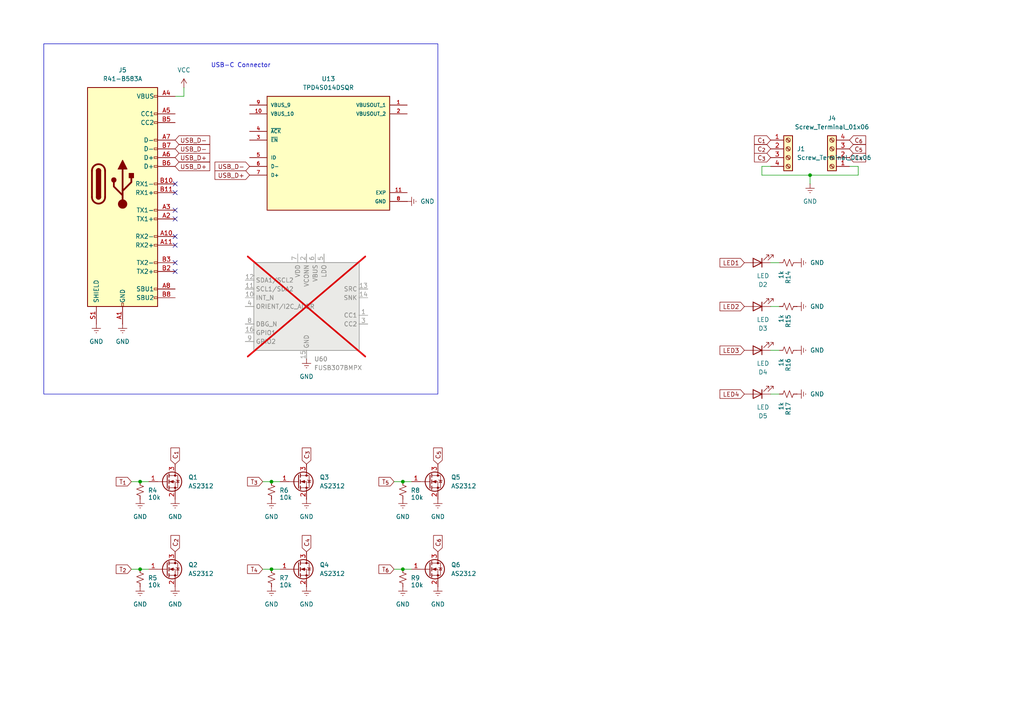
<source format=kicad_sch>
(kicad_sch
	(version 20231120)
	(generator "eeschema")
	(generator_version "8.0")
	(uuid "01deb980-630b-4023-b53d-5ea57d6939e3")
	(paper "A4")
	(title_block
		(title "Guesser")
		(date "2024-05-26")
		(rev "V0.0.10")
		(company "Mines Rocket Club")
		(comment 1 "Andrew Wu")
	)
	(lib_symbols
		(symbol "Connector:Screw_Terminal_01x04"
			(pin_names
				(offset 1.016) hide)
			(exclude_from_sim no)
			(in_bom yes)
			(on_board yes)
			(property "Reference" "J"
				(at 0 5.08 0)
				(effects
					(font
						(size 1.27 1.27)
					)
				)
			)
			(property "Value" "Screw_Terminal_01x04"
				(at 0 -7.62 0)
				(effects
					(font
						(size 1.27 1.27)
					)
				)
			)
			(property "Footprint" ""
				(at 0 0 0)
				(effects
					(font
						(size 1.27 1.27)
					)
					(hide yes)
				)
			)
			(property "Datasheet" "~"
				(at 0 0 0)
				(effects
					(font
						(size 1.27 1.27)
					)
					(hide yes)
				)
			)
			(property "Description" "Generic screw terminal, single row, 01x04, script generated (kicad-library-utils/schlib/autogen/connector/)"
				(at 0 0 0)
				(effects
					(font
						(size 1.27 1.27)
					)
					(hide yes)
				)
			)
			(property "ki_keywords" "screw terminal"
				(at 0 0 0)
				(effects
					(font
						(size 1.27 1.27)
					)
					(hide yes)
				)
			)
			(property "ki_fp_filters" "TerminalBlock*:*"
				(at 0 0 0)
				(effects
					(font
						(size 1.27 1.27)
					)
					(hide yes)
				)
			)
			(symbol "Screw_Terminal_01x04_1_1"
				(rectangle
					(start -1.27 3.81)
					(end 1.27 -6.35)
					(stroke
						(width 0.254)
						(type default)
					)
					(fill
						(type background)
					)
				)
				(circle
					(center 0 -5.08)
					(radius 0.635)
					(stroke
						(width 0.1524)
						(type default)
					)
					(fill
						(type none)
					)
				)
				(circle
					(center 0 -2.54)
					(radius 0.635)
					(stroke
						(width 0.1524)
						(type default)
					)
					(fill
						(type none)
					)
				)
				(polyline
					(pts
						(xy -0.5334 -4.7498) (xy 0.3302 -5.588)
					)
					(stroke
						(width 0.1524)
						(type default)
					)
					(fill
						(type none)
					)
				)
				(polyline
					(pts
						(xy -0.5334 -2.2098) (xy 0.3302 -3.048)
					)
					(stroke
						(width 0.1524)
						(type default)
					)
					(fill
						(type none)
					)
				)
				(polyline
					(pts
						(xy -0.5334 0.3302) (xy 0.3302 -0.508)
					)
					(stroke
						(width 0.1524)
						(type default)
					)
					(fill
						(type none)
					)
				)
				(polyline
					(pts
						(xy -0.5334 2.8702) (xy 0.3302 2.032)
					)
					(stroke
						(width 0.1524)
						(type default)
					)
					(fill
						(type none)
					)
				)
				(polyline
					(pts
						(xy -0.3556 -4.572) (xy 0.508 -5.4102)
					)
					(stroke
						(width 0.1524)
						(type default)
					)
					(fill
						(type none)
					)
				)
				(polyline
					(pts
						(xy -0.3556 -2.032) (xy 0.508 -2.8702)
					)
					(stroke
						(width 0.1524)
						(type default)
					)
					(fill
						(type none)
					)
				)
				(polyline
					(pts
						(xy -0.3556 0.508) (xy 0.508 -0.3302)
					)
					(stroke
						(width 0.1524)
						(type default)
					)
					(fill
						(type none)
					)
				)
				(polyline
					(pts
						(xy -0.3556 3.048) (xy 0.508 2.2098)
					)
					(stroke
						(width 0.1524)
						(type default)
					)
					(fill
						(type none)
					)
				)
				(circle
					(center 0 0)
					(radius 0.635)
					(stroke
						(width 0.1524)
						(type default)
					)
					(fill
						(type none)
					)
				)
				(circle
					(center 0 2.54)
					(radius 0.635)
					(stroke
						(width 0.1524)
						(type default)
					)
					(fill
						(type none)
					)
				)
				(pin passive line
					(at -5.08 2.54 0)
					(length 3.81)
					(name "Pin_1"
						(effects
							(font
								(size 1.27 1.27)
							)
						)
					)
					(number "1"
						(effects
							(font
								(size 1.27 1.27)
							)
						)
					)
				)
				(pin passive line
					(at -5.08 0 0)
					(length 3.81)
					(name "Pin_2"
						(effects
							(font
								(size 1.27 1.27)
							)
						)
					)
					(number "2"
						(effects
							(font
								(size 1.27 1.27)
							)
						)
					)
				)
				(pin passive line
					(at -5.08 -2.54 0)
					(length 3.81)
					(name "Pin_3"
						(effects
							(font
								(size 1.27 1.27)
							)
						)
					)
					(number "3"
						(effects
							(font
								(size 1.27 1.27)
							)
						)
					)
				)
				(pin passive line
					(at -5.08 -5.08 0)
					(length 3.81)
					(name "Pin_4"
						(effects
							(font
								(size 1.27 1.27)
							)
						)
					)
					(number "4"
						(effects
							(font
								(size 1.27 1.27)
							)
						)
					)
				)
			)
		)
		(symbol "Connector:USB_C_Receptacle"
			(pin_names
				(offset 1.016)
			)
			(exclude_from_sim no)
			(in_bom yes)
			(on_board yes)
			(property "Reference" "J"
				(at -10.16 29.21 0)
				(effects
					(font
						(size 1.27 1.27)
					)
					(justify left)
				)
			)
			(property "Value" "USB_C_Receptacle"
				(at 10.16 29.21 0)
				(effects
					(font
						(size 1.27 1.27)
					)
					(justify right)
				)
			)
			(property "Footprint" ""
				(at 3.81 0 0)
				(effects
					(font
						(size 1.27 1.27)
					)
					(hide yes)
				)
			)
			(property "Datasheet" "https://www.usb.org/sites/default/files/documents/usb_type-c.zip"
				(at 3.81 0 0)
				(effects
					(font
						(size 1.27 1.27)
					)
					(hide yes)
				)
			)
			(property "Description" "USB Full-Featured Type-C Receptacle connector"
				(at 0 0 0)
				(effects
					(font
						(size 1.27 1.27)
					)
					(hide yes)
				)
			)
			(property "ki_keywords" "usb universal serial bus type-C full-featured"
				(at 0 0 0)
				(effects
					(font
						(size 1.27 1.27)
					)
					(hide yes)
				)
			)
			(property "ki_fp_filters" "USB*C*Receptacle*"
				(at 0 0 0)
				(effects
					(font
						(size 1.27 1.27)
					)
					(hide yes)
				)
			)
			(symbol "USB_C_Receptacle_0_0"
				(rectangle
					(start -0.254 -35.56)
					(end 0.254 -34.544)
					(stroke
						(width 0)
						(type default)
					)
					(fill
						(type none)
					)
				)
				(rectangle
					(start 10.16 -32.766)
					(end 9.144 -33.274)
					(stroke
						(width 0)
						(type default)
					)
					(fill
						(type none)
					)
				)
				(rectangle
					(start 10.16 -30.226)
					(end 9.144 -30.734)
					(stroke
						(width 0)
						(type default)
					)
					(fill
						(type none)
					)
				)
				(rectangle
					(start 10.16 -25.146)
					(end 9.144 -25.654)
					(stroke
						(width 0)
						(type default)
					)
					(fill
						(type none)
					)
				)
				(rectangle
					(start 10.16 -22.606)
					(end 9.144 -23.114)
					(stroke
						(width 0)
						(type default)
					)
					(fill
						(type none)
					)
				)
				(rectangle
					(start 10.16 -17.526)
					(end 9.144 -18.034)
					(stroke
						(width 0)
						(type default)
					)
					(fill
						(type none)
					)
				)
				(rectangle
					(start 10.16 -14.986)
					(end 9.144 -15.494)
					(stroke
						(width 0)
						(type default)
					)
					(fill
						(type none)
					)
				)
				(rectangle
					(start 10.16 -9.906)
					(end 9.144 -10.414)
					(stroke
						(width 0)
						(type default)
					)
					(fill
						(type none)
					)
				)
				(rectangle
					(start 10.16 -7.366)
					(end 9.144 -7.874)
					(stroke
						(width 0)
						(type default)
					)
					(fill
						(type none)
					)
				)
				(rectangle
					(start 10.16 -2.286)
					(end 9.144 -2.794)
					(stroke
						(width 0)
						(type default)
					)
					(fill
						(type none)
					)
				)
				(rectangle
					(start 10.16 0.254)
					(end 9.144 -0.254)
					(stroke
						(width 0)
						(type default)
					)
					(fill
						(type none)
					)
				)
				(rectangle
					(start 10.16 5.334)
					(end 9.144 4.826)
					(stroke
						(width 0)
						(type default)
					)
					(fill
						(type none)
					)
				)
				(rectangle
					(start 10.16 7.874)
					(end 9.144 7.366)
					(stroke
						(width 0)
						(type default)
					)
					(fill
						(type none)
					)
				)
				(rectangle
					(start 10.16 10.414)
					(end 9.144 9.906)
					(stroke
						(width 0)
						(type default)
					)
					(fill
						(type none)
					)
				)
				(rectangle
					(start 10.16 12.954)
					(end 9.144 12.446)
					(stroke
						(width 0)
						(type default)
					)
					(fill
						(type none)
					)
				)
				(rectangle
					(start 10.16 18.034)
					(end 9.144 17.526)
					(stroke
						(width 0)
						(type default)
					)
					(fill
						(type none)
					)
				)
				(rectangle
					(start 10.16 20.574)
					(end 9.144 20.066)
					(stroke
						(width 0)
						(type default)
					)
					(fill
						(type none)
					)
				)
				(rectangle
					(start 10.16 25.654)
					(end 9.144 25.146)
					(stroke
						(width 0)
						(type default)
					)
					(fill
						(type none)
					)
				)
			)
			(symbol "USB_C_Receptacle_0_1"
				(rectangle
					(start -10.16 27.94)
					(end 10.16 -35.56)
					(stroke
						(width 0.254)
						(type default)
					)
					(fill
						(type background)
					)
				)
				(arc
					(start -8.89 -3.81)
					(mid -6.985 -5.7067)
					(end -5.08 -3.81)
					(stroke
						(width 0.508)
						(type default)
					)
					(fill
						(type none)
					)
				)
				(arc
					(start -7.62 -3.81)
					(mid -6.985 -4.4423)
					(end -6.35 -3.81)
					(stroke
						(width 0.254)
						(type default)
					)
					(fill
						(type none)
					)
				)
				(arc
					(start -7.62 -3.81)
					(mid -6.985 -4.4423)
					(end -6.35 -3.81)
					(stroke
						(width 0.254)
						(type default)
					)
					(fill
						(type outline)
					)
				)
				(rectangle
					(start -7.62 -3.81)
					(end -6.35 3.81)
					(stroke
						(width 0.254)
						(type default)
					)
					(fill
						(type outline)
					)
				)
				(arc
					(start -6.35 3.81)
					(mid -6.985 4.4423)
					(end -7.62 3.81)
					(stroke
						(width 0.254)
						(type default)
					)
					(fill
						(type none)
					)
				)
				(arc
					(start -6.35 3.81)
					(mid -6.985 4.4423)
					(end -7.62 3.81)
					(stroke
						(width 0.254)
						(type default)
					)
					(fill
						(type outline)
					)
				)
				(arc
					(start -5.08 3.81)
					(mid -6.985 5.7067)
					(end -8.89 3.81)
					(stroke
						(width 0.508)
						(type default)
					)
					(fill
						(type none)
					)
				)
				(polyline
					(pts
						(xy -8.89 -3.81) (xy -8.89 3.81)
					)
					(stroke
						(width 0.508)
						(type default)
					)
					(fill
						(type none)
					)
				)
				(polyline
					(pts
						(xy -5.08 3.81) (xy -5.08 -3.81)
					)
					(stroke
						(width 0.508)
						(type default)
					)
					(fill
						(type none)
					)
				)
			)
			(symbol "USB_C_Receptacle_1_1"
				(circle
					(center -2.54 1.143)
					(radius 0.635)
					(stroke
						(width 0.254)
						(type default)
					)
					(fill
						(type outline)
					)
				)
				(circle
					(center 0 -5.842)
					(radius 1.27)
					(stroke
						(width 0)
						(type default)
					)
					(fill
						(type outline)
					)
				)
				(polyline
					(pts
						(xy 0 -5.842) (xy 0 4.318)
					)
					(stroke
						(width 0.508)
						(type default)
					)
					(fill
						(type none)
					)
				)
				(polyline
					(pts
						(xy 0 -3.302) (xy -2.54 -0.762) (xy -2.54 0.508)
					)
					(stroke
						(width 0.508)
						(type default)
					)
					(fill
						(type none)
					)
				)
				(polyline
					(pts
						(xy 0 -2.032) (xy 2.54 0.508) (xy 2.54 1.778)
					)
					(stroke
						(width 0.508)
						(type default)
					)
					(fill
						(type none)
					)
				)
				(polyline
					(pts
						(xy -1.27 4.318) (xy 0 6.858) (xy 1.27 4.318) (xy -1.27 4.318)
					)
					(stroke
						(width 0.254)
						(type default)
					)
					(fill
						(type outline)
					)
				)
				(rectangle
					(start 1.905 1.778)
					(end 3.175 3.048)
					(stroke
						(width 0.254)
						(type default)
					)
					(fill
						(type outline)
					)
				)
				(pin passive line
					(at 0 -40.64 90)
					(length 5.08)
					(name "GND"
						(effects
							(font
								(size 1.27 1.27)
							)
						)
					)
					(number "A1"
						(effects
							(font
								(size 1.27 1.27)
							)
						)
					)
				)
				(pin bidirectional line
					(at 15.24 -15.24 180)
					(length 5.08)
					(name "RX2-"
						(effects
							(font
								(size 1.27 1.27)
							)
						)
					)
					(number "A10"
						(effects
							(font
								(size 1.27 1.27)
							)
						)
					)
				)
				(pin bidirectional line
					(at 15.24 -17.78 180)
					(length 5.08)
					(name "RX2+"
						(effects
							(font
								(size 1.27 1.27)
							)
						)
					)
					(number "A11"
						(effects
							(font
								(size 1.27 1.27)
							)
						)
					)
				)
				(pin passive line
					(at 0 -40.64 90)
					(length 5.08) hide
					(name "GND"
						(effects
							(font
								(size 1.27 1.27)
							)
						)
					)
					(number "A12"
						(effects
							(font
								(size 1.27 1.27)
							)
						)
					)
				)
				(pin bidirectional line
					(at 15.24 -10.16 180)
					(length 5.08)
					(name "TX1+"
						(effects
							(font
								(size 1.27 1.27)
							)
						)
					)
					(number "A2"
						(effects
							(font
								(size 1.27 1.27)
							)
						)
					)
				)
				(pin bidirectional line
					(at 15.24 -7.62 180)
					(length 5.08)
					(name "TX1-"
						(effects
							(font
								(size 1.27 1.27)
							)
						)
					)
					(number "A3"
						(effects
							(font
								(size 1.27 1.27)
							)
						)
					)
				)
				(pin passive line
					(at 15.24 25.4 180)
					(length 5.08)
					(name "VBUS"
						(effects
							(font
								(size 1.27 1.27)
							)
						)
					)
					(number "A4"
						(effects
							(font
								(size 1.27 1.27)
							)
						)
					)
				)
				(pin bidirectional line
					(at 15.24 20.32 180)
					(length 5.08)
					(name "CC1"
						(effects
							(font
								(size 1.27 1.27)
							)
						)
					)
					(number "A5"
						(effects
							(font
								(size 1.27 1.27)
							)
						)
					)
				)
				(pin bidirectional line
					(at 15.24 7.62 180)
					(length 5.08)
					(name "D+"
						(effects
							(font
								(size 1.27 1.27)
							)
						)
					)
					(number "A6"
						(effects
							(font
								(size 1.27 1.27)
							)
						)
					)
				)
				(pin bidirectional line
					(at 15.24 12.7 180)
					(length 5.08)
					(name "D-"
						(effects
							(font
								(size 1.27 1.27)
							)
						)
					)
					(number "A7"
						(effects
							(font
								(size 1.27 1.27)
							)
						)
					)
				)
				(pin bidirectional line
					(at 15.24 -30.48 180)
					(length 5.08)
					(name "SBU1"
						(effects
							(font
								(size 1.27 1.27)
							)
						)
					)
					(number "A8"
						(effects
							(font
								(size 1.27 1.27)
							)
						)
					)
				)
				(pin passive line
					(at 15.24 25.4 180)
					(length 5.08) hide
					(name "VBUS"
						(effects
							(font
								(size 1.27 1.27)
							)
						)
					)
					(number "A9"
						(effects
							(font
								(size 1.27 1.27)
							)
						)
					)
				)
				(pin passive line
					(at 0 -40.64 90)
					(length 5.08) hide
					(name "GND"
						(effects
							(font
								(size 1.27 1.27)
							)
						)
					)
					(number "B1"
						(effects
							(font
								(size 1.27 1.27)
							)
						)
					)
				)
				(pin bidirectional line
					(at 15.24 0 180)
					(length 5.08)
					(name "RX1-"
						(effects
							(font
								(size 1.27 1.27)
							)
						)
					)
					(number "B10"
						(effects
							(font
								(size 1.27 1.27)
							)
						)
					)
				)
				(pin bidirectional line
					(at 15.24 -2.54 180)
					(length 5.08)
					(name "RX1+"
						(effects
							(font
								(size 1.27 1.27)
							)
						)
					)
					(number "B11"
						(effects
							(font
								(size 1.27 1.27)
							)
						)
					)
				)
				(pin passive line
					(at 0 -40.64 90)
					(length 5.08) hide
					(name "GND"
						(effects
							(font
								(size 1.27 1.27)
							)
						)
					)
					(number "B12"
						(effects
							(font
								(size 1.27 1.27)
							)
						)
					)
				)
				(pin bidirectional line
					(at 15.24 -25.4 180)
					(length 5.08)
					(name "TX2+"
						(effects
							(font
								(size 1.27 1.27)
							)
						)
					)
					(number "B2"
						(effects
							(font
								(size 1.27 1.27)
							)
						)
					)
				)
				(pin bidirectional line
					(at 15.24 -22.86 180)
					(length 5.08)
					(name "TX2-"
						(effects
							(font
								(size 1.27 1.27)
							)
						)
					)
					(number "B3"
						(effects
							(font
								(size 1.27 1.27)
							)
						)
					)
				)
				(pin passive line
					(at 15.24 25.4 180)
					(length 5.08) hide
					(name "VBUS"
						(effects
							(font
								(size 1.27 1.27)
							)
						)
					)
					(number "B4"
						(effects
							(font
								(size 1.27 1.27)
							)
						)
					)
				)
				(pin bidirectional line
					(at 15.24 17.78 180)
					(length 5.08)
					(name "CC2"
						(effects
							(font
								(size 1.27 1.27)
							)
						)
					)
					(number "B5"
						(effects
							(font
								(size 1.27 1.27)
							)
						)
					)
				)
				(pin bidirectional line
					(at 15.24 5.08 180)
					(length 5.08)
					(name "D+"
						(effects
							(font
								(size 1.27 1.27)
							)
						)
					)
					(number "B6"
						(effects
							(font
								(size 1.27 1.27)
							)
						)
					)
				)
				(pin bidirectional line
					(at 15.24 10.16 180)
					(length 5.08)
					(name "D-"
						(effects
							(font
								(size 1.27 1.27)
							)
						)
					)
					(number "B7"
						(effects
							(font
								(size 1.27 1.27)
							)
						)
					)
				)
				(pin bidirectional line
					(at 15.24 -33.02 180)
					(length 5.08)
					(name "SBU2"
						(effects
							(font
								(size 1.27 1.27)
							)
						)
					)
					(number "B8"
						(effects
							(font
								(size 1.27 1.27)
							)
						)
					)
				)
				(pin passive line
					(at 15.24 25.4 180)
					(length 5.08) hide
					(name "VBUS"
						(effects
							(font
								(size 1.27 1.27)
							)
						)
					)
					(number "B9"
						(effects
							(font
								(size 1.27 1.27)
							)
						)
					)
				)
				(pin passive line
					(at -7.62 -40.64 90)
					(length 5.08)
					(name "SHIELD"
						(effects
							(font
								(size 1.27 1.27)
							)
						)
					)
					(number "S1"
						(effects
							(font
								(size 1.27 1.27)
							)
						)
					)
				)
			)
		)
		(symbol "Custom_Flight_Computer_Symbols:TPD4S014DSQR"
			(pin_names
				(offset 1.016)
			)
			(exclude_from_sim no)
			(in_bom yes)
			(on_board yes)
			(property "Reference" "U"
				(at -17.78 18.288 0)
				(effects
					(font
						(size 1.27 1.27)
					)
					(justify left bottom)
				)
			)
			(property "Value" "TPD4S014DSQR"
				(at -17.78 -17.78 0)
				(effects
					(font
						(size 1.27 1.27)
					)
					(justify left bottom)
				)
			)
			(property "Footprint" "locals_but_working_PLEASE:TPD4S014DSQR"
				(at 0 0 0)
				(effects
					(font
						(size 1.27 1.27)
					)
					(justify bottom)
					(hide yes)
				)
			)
			(property "Datasheet" "https://www.ti.com/lit/ds/symlink/tpd4s014.pdf?HQS=dis-dk-null-digikeymode-dsf-pf-null-wwe&ts=1716147734171&ref_url=https%253A%252F%252Fwww.ti.com%252Fgeneral%252Fdocs%252Fsuppproductinfo.tsp%253FdistId%253D10%2526gotoUrl%253Dhttps%253A%252F%252Fwww.ti.com%252Flit%252Fgpn%252Ftpd4s014"
				(at 0 0 0)
				(effects
					(font
						(size 1.27 1.27)
					)
					(hide yes)
				)
			)
			(property "Description" "  Overvoltage Protection Controller 10-WSON (2x2)"
				(at 0 0 0)
				(effects
					(font
						(size 1.27 1.27)
					)
					(hide yes)
				)
			)
			(property "PARTREV" "E"
				(at 0 0 0)
				(effects
					(font
						(size 1.27 1.27)
					)
					(justify bottom)
					(hide yes)
				)
			)
			(property "STANDARD" "IPC-7351B"
				(at 0 0 0)
				(effects
					(font
						(size 1.27 1.27)
					)
					(justify bottom)
					(hide yes)
				)
			)
			(property "MAXIMUM_PACKAGE_HEIGHT" "0.8mm"
				(at 0 0 0)
				(effects
					(font
						(size 1.27 1.27)
					)
					(justify bottom)
					(hide yes)
				)
			)
			(property "MANUFACTURER" "Texas Instruments"
				(at 0 0 0)
				(effects
					(font
						(size 1.27 1.27)
					)
					(justify bottom)
					(hide yes)
				)
			)
			(property "DKPN" "296-29093-1-ND"
				(at 0 0 0)
				(effects
					(font
						(size 1.27 1.27)
					)
					(hide yes)
				)
			)
			(symbol "TPD4S014DSQR_0_0"
				(rectangle
					(start -17.78 17.78)
					(end 17.78 -15.24)
					(stroke
						(width 0.254)
						(type default)
					)
					(fill
						(type background)
					)
				)
				(pin output line
					(at 22.86 15.24 180)
					(length 5.08)
					(name "VBUSOUT_1"
						(effects
							(font
								(size 1.016 1.016)
							)
						)
					)
					(number "1"
						(effects
							(font
								(size 1.016 1.016)
							)
						)
					)
				)
				(pin input line
					(at -22.86 12.7 0)
					(length 5.08)
					(name "VBUS_10"
						(effects
							(font
								(size 1.016 1.016)
							)
						)
					)
					(number "10"
						(effects
							(font
								(size 1.016 1.016)
							)
						)
					)
				)
				(pin passive line
					(at 22.86 -10.16 180)
					(length 5.08)
					(name "EXP"
						(effects
							(font
								(size 1.016 1.016)
							)
						)
					)
					(number "11"
						(effects
							(font
								(size 1.016 1.016)
							)
						)
					)
				)
				(pin output line
					(at 22.86 12.7 180)
					(length 5.08)
					(name "VBUSOUT_2"
						(effects
							(font
								(size 1.016 1.016)
							)
						)
					)
					(number "2"
						(effects
							(font
								(size 1.016 1.016)
							)
						)
					)
				)
				(pin input line
					(at -22.86 5.08 0)
					(length 5.08)
					(name "~{EN}"
						(effects
							(font
								(size 1.016 1.016)
							)
						)
					)
					(number "3"
						(effects
							(font
								(size 1.016 1.016)
							)
						)
					)
				)
				(pin input line
					(at -22.86 7.62 0)
					(length 5.08)
					(name "~{ACK}"
						(effects
							(font
								(size 1.016 1.016)
							)
						)
					)
					(number "4"
						(effects
							(font
								(size 1.016 1.016)
							)
						)
					)
				)
				(pin bidirectional line
					(at -22.86 0 0)
					(length 5.08)
					(name "ID"
						(effects
							(font
								(size 1.016 1.016)
							)
						)
					)
					(number "5"
						(effects
							(font
								(size 1.016 1.016)
							)
						)
					)
				)
				(pin bidirectional line
					(at -22.86 -2.54 0)
					(length 5.08)
					(name "D-"
						(effects
							(font
								(size 1.016 1.016)
							)
						)
					)
					(number "6"
						(effects
							(font
								(size 1.016 1.016)
							)
						)
					)
				)
				(pin bidirectional line
					(at -22.86 -5.08 0)
					(length 5.08)
					(name "D+"
						(effects
							(font
								(size 1.016 1.016)
							)
						)
					)
					(number "7"
						(effects
							(font
								(size 1.016 1.016)
							)
						)
					)
				)
				(pin power_in line
					(at 22.86 -12.7 180)
					(length 5.08)
					(name "GND"
						(effects
							(font
								(size 1.016 1.016)
							)
						)
					)
					(number "8"
						(effects
							(font
								(size 1.016 1.016)
							)
						)
					)
				)
				(pin input line
					(at -22.86 15.24 0)
					(length 5.08)
					(name "VBUS_9"
						(effects
							(font
								(size 1.016 1.016)
							)
						)
					)
					(number "9"
						(effects
							(font
								(size 1.016 1.016)
							)
						)
					)
				)
			)
		)
		(symbol "Device:LED"
			(pin_numbers hide)
			(pin_names
				(offset 1.016) hide)
			(exclude_from_sim no)
			(in_bom yes)
			(on_board yes)
			(property "Reference" "D"
				(at 0 2.54 0)
				(effects
					(font
						(size 1.27 1.27)
					)
				)
			)
			(property "Value" "LED"
				(at 0 -2.54 0)
				(effects
					(font
						(size 1.27 1.27)
					)
				)
			)
			(property "Footprint" ""
				(at 0 0 0)
				(effects
					(font
						(size 1.27 1.27)
					)
					(hide yes)
				)
			)
			(property "Datasheet" "~"
				(at 0 0 0)
				(effects
					(font
						(size 1.27 1.27)
					)
					(hide yes)
				)
			)
			(property "Description" "Light emitting diode"
				(at 0 0 0)
				(effects
					(font
						(size 1.27 1.27)
					)
					(hide yes)
				)
			)
			(property "ki_keywords" "LED diode"
				(at 0 0 0)
				(effects
					(font
						(size 1.27 1.27)
					)
					(hide yes)
				)
			)
			(property "ki_fp_filters" "LED* LED_SMD:* LED_THT:*"
				(at 0 0 0)
				(effects
					(font
						(size 1.27 1.27)
					)
					(hide yes)
				)
			)
			(symbol "LED_0_1"
				(polyline
					(pts
						(xy -1.27 -1.27) (xy -1.27 1.27)
					)
					(stroke
						(width 0.254)
						(type default)
					)
					(fill
						(type none)
					)
				)
				(polyline
					(pts
						(xy -1.27 0) (xy 1.27 0)
					)
					(stroke
						(width 0)
						(type default)
					)
					(fill
						(type none)
					)
				)
				(polyline
					(pts
						(xy 1.27 -1.27) (xy 1.27 1.27) (xy -1.27 0) (xy 1.27 -1.27)
					)
					(stroke
						(width 0.254)
						(type default)
					)
					(fill
						(type none)
					)
				)
				(polyline
					(pts
						(xy -3.048 -0.762) (xy -4.572 -2.286) (xy -3.81 -2.286) (xy -4.572 -2.286) (xy -4.572 -1.524)
					)
					(stroke
						(width 0)
						(type default)
					)
					(fill
						(type none)
					)
				)
				(polyline
					(pts
						(xy -1.778 -0.762) (xy -3.302 -2.286) (xy -2.54 -2.286) (xy -3.302 -2.286) (xy -3.302 -1.524)
					)
					(stroke
						(width 0)
						(type default)
					)
					(fill
						(type none)
					)
				)
			)
			(symbol "LED_1_1"
				(pin passive line
					(at -3.81 0 0)
					(length 2.54)
					(name "K"
						(effects
							(font
								(size 1.27 1.27)
							)
						)
					)
					(number "1"
						(effects
							(font
								(size 1.27 1.27)
							)
						)
					)
				)
				(pin passive line
					(at 3.81 0 180)
					(length 2.54)
					(name "A"
						(effects
							(font
								(size 1.27 1.27)
							)
						)
					)
					(number "2"
						(effects
							(font
								(size 1.27 1.27)
							)
						)
					)
				)
			)
		)
		(symbol "Device:R_Small_US"
			(pin_numbers hide)
			(pin_names
				(offset 0.254) hide)
			(exclude_from_sim no)
			(in_bom yes)
			(on_board yes)
			(property "Reference" "R"
				(at 0.762 0.508 0)
				(effects
					(font
						(size 1.27 1.27)
					)
					(justify left)
				)
			)
			(property "Value" "R_Small_US"
				(at 0.762 -1.016 0)
				(effects
					(font
						(size 1.27 1.27)
					)
					(justify left)
				)
			)
			(property "Footprint" ""
				(at 0 0 0)
				(effects
					(font
						(size 1.27 1.27)
					)
					(hide yes)
				)
			)
			(property "Datasheet" "~"
				(at 0 0 0)
				(effects
					(font
						(size 1.27 1.27)
					)
					(hide yes)
				)
			)
			(property "Description" "Resistor, small US symbol"
				(at 0 0 0)
				(effects
					(font
						(size 1.27 1.27)
					)
					(hide yes)
				)
			)
			(property "ki_keywords" "r resistor"
				(at 0 0 0)
				(effects
					(font
						(size 1.27 1.27)
					)
					(hide yes)
				)
			)
			(property "ki_fp_filters" "R_*"
				(at 0 0 0)
				(effects
					(font
						(size 1.27 1.27)
					)
					(hide yes)
				)
			)
			(symbol "R_Small_US_1_1"
				(polyline
					(pts
						(xy 0 0) (xy 1.016 -0.381) (xy 0 -0.762) (xy -1.016 -1.143) (xy 0 -1.524)
					)
					(stroke
						(width 0)
						(type default)
					)
					(fill
						(type none)
					)
				)
				(polyline
					(pts
						(xy 0 1.524) (xy 1.016 1.143) (xy 0 0.762) (xy -1.016 0.381) (xy 0 0)
					)
					(stroke
						(width 0)
						(type default)
					)
					(fill
						(type none)
					)
				)
				(pin passive line
					(at 0 2.54 270)
					(length 1.016)
					(name "~"
						(effects
							(font
								(size 1.27 1.27)
							)
						)
					)
					(number "1"
						(effects
							(font
								(size 1.27 1.27)
							)
						)
					)
				)
				(pin passive line
					(at 0 -2.54 90)
					(length 1.016)
					(name "~"
						(effects
							(font
								(size 1.27 1.27)
							)
						)
					)
					(number "2"
						(effects
							(font
								(size 1.27 1.27)
							)
						)
					)
				)
			)
		)
		(symbol "Interface_USB:FUSB307BMPX"
			(exclude_from_sim no)
			(in_bom yes)
			(on_board yes)
			(property "Reference" "U"
				(at -15.24 13.97 0)
				(effects
					(font
						(size 1.27 1.27)
					)
					(justify left)
				)
			)
			(property "Value" "FUSB307BMPX"
				(at 6.35 13.97 0)
				(effects
					(font
						(size 1.27 1.27)
					)
					(justify left)
				)
			)
			(property "Footprint" "Package_DFN_QFN:WQFN-16-1EP_3x3mm_P0.5mm_EP1.75x1.75mm"
				(at 0 -17.78 0)
				(effects
					(font
						(size 1.27 1.27)
					)
					(hide yes)
				)
			)
			(property "Datasheet" "http://www.onsemi.com/pub/Collateral/FUSB307B-D.PDF"
				(at 0 -15.24 0)
				(effects
					(font
						(size 1.27 1.27)
					)
					(hide yes)
				)
			)
			(property "Description" "USB Type-C Port Controller with USB-PD, WQFN-16"
				(at 0 0 0)
				(effects
					(font
						(size 1.27 1.27)
					)
					(hide yes)
				)
			)
			(property "ki_keywords" "USB USB-C PD Power Delivery PHY TCPC"
				(at 0 0 0)
				(effects
					(font
						(size 1.27 1.27)
					)
					(hide yes)
				)
			)
			(property "ki_fp_filters" "WQFN*1EP*3x3mm*P0.5mm*"
				(at 0 0 0)
				(effects
					(font
						(size 1.27 1.27)
					)
					(hide yes)
				)
			)
			(symbol "FUSB307BMPX_0_1"
				(rectangle
					(start -15.24 12.7)
					(end 15.24 -12.7)
					(stroke
						(width 0.254)
						(type default)
					)
					(fill
						(type background)
					)
				)
			)
			(symbol "FUSB307BMPX_1_1"
				(pin bidirectional line
					(at 17.78 -2.54 180)
					(length 2.54)
					(name "CC1"
						(effects
							(font
								(size 1.27 1.27)
							)
						)
					)
					(number "1"
						(effects
							(font
								(size 1.27 1.27)
							)
						)
					)
				)
				(pin open_collector line
					(at -17.78 2.54 0)
					(length 2.54)
					(name "INT_N"
						(effects
							(font
								(size 1.27 1.27)
							)
						)
					)
					(number "10"
						(effects
							(font
								(size 1.27 1.27)
							)
						)
					)
				)
				(pin bidirectional line
					(at -17.78 5.08 0)
					(length 2.54)
					(name "SCL1/SDA2"
						(effects
							(font
								(size 1.27 1.27)
							)
						)
					)
					(number "11"
						(effects
							(font
								(size 1.27 1.27)
							)
						)
					)
				)
				(pin bidirectional line
					(at -17.78 7.62 0)
					(length 2.54)
					(name "SDA1/SCL2"
						(effects
							(font
								(size 1.27 1.27)
							)
						)
					)
					(number "12"
						(effects
							(font
								(size 1.27 1.27)
							)
						)
					)
				)
				(pin output line
					(at 17.78 5.08 180)
					(length 2.54)
					(name "SRC"
						(effects
							(font
								(size 1.27 1.27)
							)
						)
					)
					(number "13"
						(effects
							(font
								(size 1.27 1.27)
							)
						)
					)
				)
				(pin output line
					(at 17.78 2.54 180)
					(length 2.54)
					(name "SNK"
						(effects
							(font
								(size 1.27 1.27)
							)
						)
					)
					(number "14"
						(effects
							(font
								(size 1.27 1.27)
							)
						)
					)
				)
				(pin power_in line
					(at 0 -15.24 90)
					(length 2.54)
					(name "GND"
						(effects
							(font
								(size 1.27 1.27)
							)
						)
					)
					(number "15"
						(effects
							(font
								(size 1.27 1.27)
							)
						)
					)
				)
				(pin bidirectional line
					(at -17.78 -7.62 0)
					(length 2.54)
					(name "GPIO1"
						(effects
							(font
								(size 1.27 1.27)
							)
						)
					)
					(number "16"
						(effects
							(font
								(size 1.27 1.27)
							)
						)
					)
				)
				(pin passive line
					(at 0 -15.24 90)
					(length 2.54) hide
					(name "GND"
						(effects
							(font
								(size 1.27 1.27)
							)
						)
					)
					(number "17"
						(effects
							(font
								(size 1.27 1.27)
							)
						)
					)
				)
				(pin power_in line
					(at 0 15.24 270)
					(length 2.54)
					(name "VCONN"
						(effects
							(font
								(size 1.27 1.27)
							)
						)
					)
					(number "2"
						(effects
							(font
								(size 1.27 1.27)
							)
						)
					)
				)
				(pin bidirectional line
					(at 17.78 -5.08 180)
					(length 2.54)
					(name "CC2"
						(effects
							(font
								(size 1.27 1.27)
							)
						)
					)
					(number "3"
						(effects
							(font
								(size 1.27 1.27)
							)
						)
					)
				)
				(pin tri_state line
					(at -17.78 0 0)
					(length 2.54)
					(name "ORIENT/I2C_ADDR"
						(effects
							(font
								(size 1.27 1.27)
							)
						)
					)
					(number "4"
						(effects
							(font
								(size 1.27 1.27)
							)
						)
					)
				)
				(pin power_out line
					(at 5.08 15.24 270)
					(length 2.54)
					(name "LDO"
						(effects
							(font
								(size 1.27 1.27)
							)
						)
					)
					(number "5"
						(effects
							(font
								(size 1.27 1.27)
							)
						)
					)
				)
				(pin power_in line
					(at 2.54 15.24 270)
					(length 2.54)
					(name "VBUS"
						(effects
							(font
								(size 1.27 1.27)
							)
						)
					)
					(number "6"
						(effects
							(font
								(size 1.27 1.27)
							)
						)
					)
				)
				(pin power_in line
					(at -2.54 15.24 270)
					(length 2.54)
					(name "VDD"
						(effects
							(font
								(size 1.27 1.27)
							)
						)
					)
					(number "7"
						(effects
							(font
								(size 1.27 1.27)
							)
						)
					)
				)
				(pin open_collector line
					(at -17.78 -5.08 0)
					(length 2.54)
					(name "DBG_N"
						(effects
							(font
								(size 1.27 1.27)
							)
						)
					)
					(number "8"
						(effects
							(font
								(size 1.27 1.27)
							)
						)
					)
				)
				(pin bidirectional line
					(at -17.78 -10.16 0)
					(length 2.54)
					(name "GPIO2"
						(effects
							(font
								(size 1.27 1.27)
							)
						)
					)
					(number "9"
						(effects
							(font
								(size 1.27 1.27)
							)
						)
					)
				)
			)
		)
		(symbol "Transistor_FET:2N7002"
			(pin_names hide)
			(exclude_from_sim no)
			(in_bom yes)
			(on_board yes)
			(property "Reference" "Q"
				(at 5.08 1.905 0)
				(effects
					(font
						(size 1.27 1.27)
					)
					(justify left)
				)
			)
			(property "Value" "2N7002"
				(at 5.08 0 0)
				(effects
					(font
						(size 1.27 1.27)
					)
					(justify left)
				)
			)
			(property "Footprint" "Package_TO_SOT_SMD:SOT-23"
				(at 5.08 -1.905 0)
				(effects
					(font
						(size 1.27 1.27)
						(italic yes)
					)
					(justify left)
					(hide yes)
				)
			)
			(property "Datasheet" "https://www.onsemi.com/pub/Collateral/NDS7002A-D.PDF"
				(at 0 0 0)
				(effects
					(font
						(size 1.27 1.27)
					)
					(justify left)
					(hide yes)
				)
			)
			(property "Description" "0.115A Id, 60V Vds, N-Channel MOSFET, SOT-23"
				(at 0 0 0)
				(effects
					(font
						(size 1.27 1.27)
					)
					(hide yes)
				)
			)
			(property "ki_keywords" "N-Channel Switching MOSFET"
				(at 0 0 0)
				(effects
					(font
						(size 1.27 1.27)
					)
					(hide yes)
				)
			)
			(property "ki_fp_filters" "SOT?23*"
				(at 0 0 0)
				(effects
					(font
						(size 1.27 1.27)
					)
					(hide yes)
				)
			)
			(symbol "2N7002_0_1"
				(polyline
					(pts
						(xy 0.254 0) (xy -2.54 0)
					)
					(stroke
						(width 0)
						(type default)
					)
					(fill
						(type none)
					)
				)
				(polyline
					(pts
						(xy 0.254 1.905) (xy 0.254 -1.905)
					)
					(stroke
						(width 0.254)
						(type default)
					)
					(fill
						(type none)
					)
				)
				(polyline
					(pts
						(xy 0.762 -1.27) (xy 0.762 -2.286)
					)
					(stroke
						(width 0.254)
						(type default)
					)
					(fill
						(type none)
					)
				)
				(polyline
					(pts
						(xy 0.762 0.508) (xy 0.762 -0.508)
					)
					(stroke
						(width 0.254)
						(type default)
					)
					(fill
						(type none)
					)
				)
				(polyline
					(pts
						(xy 0.762 2.286) (xy 0.762 1.27)
					)
					(stroke
						(width 0.254)
						(type default)
					)
					(fill
						(type none)
					)
				)
				(polyline
					(pts
						(xy 2.54 2.54) (xy 2.54 1.778)
					)
					(stroke
						(width 0)
						(type default)
					)
					(fill
						(type none)
					)
				)
				(polyline
					(pts
						(xy 2.54 -2.54) (xy 2.54 0) (xy 0.762 0)
					)
					(stroke
						(width 0)
						(type default)
					)
					(fill
						(type none)
					)
				)
				(polyline
					(pts
						(xy 0.762 -1.778) (xy 3.302 -1.778) (xy 3.302 1.778) (xy 0.762 1.778)
					)
					(stroke
						(width 0)
						(type default)
					)
					(fill
						(type none)
					)
				)
				(polyline
					(pts
						(xy 1.016 0) (xy 2.032 0.381) (xy 2.032 -0.381) (xy 1.016 0)
					)
					(stroke
						(width 0)
						(type default)
					)
					(fill
						(type outline)
					)
				)
				(polyline
					(pts
						(xy 2.794 0.508) (xy 2.921 0.381) (xy 3.683 0.381) (xy 3.81 0.254)
					)
					(stroke
						(width 0)
						(type default)
					)
					(fill
						(type none)
					)
				)
				(polyline
					(pts
						(xy 3.302 0.381) (xy 2.921 -0.254) (xy 3.683 -0.254) (xy 3.302 0.381)
					)
					(stroke
						(width 0)
						(type default)
					)
					(fill
						(type none)
					)
				)
				(circle
					(center 1.651 0)
					(radius 2.794)
					(stroke
						(width 0.254)
						(type default)
					)
					(fill
						(type none)
					)
				)
				(circle
					(center 2.54 -1.778)
					(radius 0.254)
					(stroke
						(width 0)
						(type default)
					)
					(fill
						(type outline)
					)
				)
				(circle
					(center 2.54 1.778)
					(radius 0.254)
					(stroke
						(width 0)
						(type default)
					)
					(fill
						(type outline)
					)
				)
			)
			(symbol "2N7002_1_1"
				(pin input line
					(at -5.08 0 0)
					(length 2.54)
					(name "G"
						(effects
							(font
								(size 1.27 1.27)
							)
						)
					)
					(number "1"
						(effects
							(font
								(size 1.27 1.27)
							)
						)
					)
				)
				(pin passive line
					(at 2.54 -5.08 90)
					(length 2.54)
					(name "S"
						(effects
							(font
								(size 1.27 1.27)
							)
						)
					)
					(number "2"
						(effects
							(font
								(size 1.27 1.27)
							)
						)
					)
				)
				(pin passive line
					(at 2.54 5.08 270)
					(length 2.54)
					(name "D"
						(effects
							(font
								(size 1.27 1.27)
							)
						)
					)
					(number "3"
						(effects
							(font
								(size 1.27 1.27)
							)
						)
					)
				)
			)
		)
		(symbol "power:Earth"
			(power)
			(pin_numbers hide)
			(pin_names
				(offset 0) hide)
			(exclude_from_sim no)
			(in_bom yes)
			(on_board yes)
			(property "Reference" "#PWR"
				(at 0 -6.35 0)
				(effects
					(font
						(size 1.27 1.27)
					)
					(hide yes)
				)
			)
			(property "Value" "Earth"
				(at 0 -3.81 0)
				(effects
					(font
						(size 1.27 1.27)
					)
				)
			)
			(property "Footprint" ""
				(at 0 0 0)
				(effects
					(font
						(size 1.27 1.27)
					)
					(hide yes)
				)
			)
			(property "Datasheet" "~"
				(at 0 0 0)
				(effects
					(font
						(size 1.27 1.27)
					)
					(hide yes)
				)
			)
			(property "Description" "Power symbol creates a global label with name \"Earth\""
				(at 0 0 0)
				(effects
					(font
						(size 1.27 1.27)
					)
					(hide yes)
				)
			)
			(property "ki_keywords" "global ground gnd"
				(at 0 0 0)
				(effects
					(font
						(size 1.27 1.27)
					)
					(hide yes)
				)
			)
			(symbol "Earth_0_1"
				(polyline
					(pts
						(xy -0.635 -1.905) (xy 0.635 -1.905)
					)
					(stroke
						(width 0)
						(type default)
					)
					(fill
						(type none)
					)
				)
				(polyline
					(pts
						(xy -0.127 -2.54) (xy 0.127 -2.54)
					)
					(stroke
						(width 0)
						(type default)
					)
					(fill
						(type none)
					)
				)
				(polyline
					(pts
						(xy 0 -1.27) (xy 0 0)
					)
					(stroke
						(width 0)
						(type default)
					)
					(fill
						(type none)
					)
				)
				(polyline
					(pts
						(xy 1.27 -1.27) (xy -1.27 -1.27)
					)
					(stroke
						(width 0)
						(type default)
					)
					(fill
						(type none)
					)
				)
			)
			(symbol "Earth_1_1"
				(pin power_in line
					(at 0 0 270)
					(length 0)
					(name "~"
						(effects
							(font
								(size 1.27 1.27)
							)
						)
					)
					(number "1"
						(effects
							(font
								(size 1.27 1.27)
							)
						)
					)
				)
			)
		)
		(symbol "power:VCC"
			(power)
			(pin_numbers hide)
			(pin_names
				(offset 0) hide)
			(exclude_from_sim no)
			(in_bom yes)
			(on_board yes)
			(property "Reference" "#PWR"
				(at 0 -3.81 0)
				(effects
					(font
						(size 1.27 1.27)
					)
					(hide yes)
				)
			)
			(property "Value" "VCC"
				(at 0 3.556 0)
				(effects
					(font
						(size 1.27 1.27)
					)
				)
			)
			(property "Footprint" ""
				(at 0 0 0)
				(effects
					(font
						(size 1.27 1.27)
					)
					(hide yes)
				)
			)
			(property "Datasheet" ""
				(at 0 0 0)
				(effects
					(font
						(size 1.27 1.27)
					)
					(hide yes)
				)
			)
			(property "Description" "Power symbol creates a global label with name \"VCC\""
				(at 0 0 0)
				(effects
					(font
						(size 1.27 1.27)
					)
					(hide yes)
				)
			)
			(property "ki_keywords" "global power"
				(at 0 0 0)
				(effects
					(font
						(size 1.27 1.27)
					)
					(hide yes)
				)
			)
			(symbol "VCC_0_1"
				(polyline
					(pts
						(xy -0.762 1.27) (xy 0 2.54)
					)
					(stroke
						(width 0)
						(type default)
					)
					(fill
						(type none)
					)
				)
				(polyline
					(pts
						(xy 0 0) (xy 0 2.54)
					)
					(stroke
						(width 0)
						(type default)
					)
					(fill
						(type none)
					)
				)
				(polyline
					(pts
						(xy 0 2.54) (xy 0.762 1.27)
					)
					(stroke
						(width 0)
						(type default)
					)
					(fill
						(type none)
					)
				)
			)
			(symbol "VCC_1_1"
				(pin power_in line
					(at 0 0 90)
					(length 0)
					(name "~"
						(effects
							(font
								(size 1.27 1.27)
							)
						)
					)
					(number "1"
						(effects
							(font
								(size 1.27 1.27)
							)
						)
					)
				)
			)
		)
	)
	(junction
		(at 116.84 139.7)
		(diameter 0)
		(color 0 0 0 0)
		(uuid "0522035b-f28d-4955-8020-ed14b8a6dd17")
	)
	(junction
		(at 116.84 165.1)
		(diameter 0)
		(color 0 0 0 0)
		(uuid "2e1ec752-06bb-44c3-8094-9da957eefa25")
	)
	(junction
		(at 78.74 139.7)
		(diameter 0)
		(color 0 0 0 0)
		(uuid "5045c094-3381-406d-a2d1-2be27b473144")
	)
	(junction
		(at 234.95 50.8)
		(diameter 0)
		(color 0 0 0 0)
		(uuid "bdff4753-f063-4ed4-9cc5-4a22cdf0ced3")
	)
	(junction
		(at 40.64 165.1)
		(diameter 0)
		(color 0 0 0 0)
		(uuid "c104137e-d41f-49ad-93a5-e841bc903bac")
	)
	(junction
		(at 78.74 165.1)
		(diameter 0)
		(color 0 0 0 0)
		(uuid "d5d267b3-19c7-47dc-87dd-f1dc64043020")
	)
	(junction
		(at 40.64 139.7)
		(diameter 0)
		(color 0 0 0 0)
		(uuid "f834e7cf-8e6d-40ba-80ce-3a25532efb14")
	)
	(no_connect
		(at 50.8 60.96)
		(uuid "09dd27cf-39ce-4e9a-9db8-db7a9b7797f0")
	)
	(no_connect
		(at 50.8 76.2)
		(uuid "0d634995-6a7c-4eed-b59e-92dd3e1e6b39")
	)
	(no_connect
		(at 50.8 55.88)
		(uuid "19a90d4d-92e1-498c-a2f7-47a3fa359f41")
	)
	(no_connect
		(at 50.8 78.74)
		(uuid "45ed903e-8ca1-415a-a684-80663a4863ff")
	)
	(no_connect
		(at 50.8 68.58)
		(uuid "67b2c37a-6e65-47de-8dd9-f1e95a78415f")
	)
	(no_connect
		(at 50.8 71.12)
		(uuid "73f76e58-685d-4989-b5da-306e577026dc")
	)
	(no_connect
		(at 50.8 63.5)
		(uuid "e3287b12-aeaf-490d-8428-46ff42dbf247")
	)
	(no_connect
		(at 50.8 53.34)
		(uuid "f7a5fcd4-1c67-46bc-ad81-a9961e185e6f")
	)
	(wire
		(pts
			(xy 234.95 50.8) (xy 234.95 53.34)
		)
		(stroke
			(width 0)
			(type default)
		)
		(uuid "0733f8f2-a5fe-48af-9a05-2458ab5f44e9")
	)
	(wire
		(pts
			(xy 53.34 27.94) (xy 50.8 27.94)
		)
		(stroke
			(width 0)
			(type default)
		)
		(uuid "0a10024f-9b0d-4d39-bfea-1693f9b7bbca")
	)
	(wire
		(pts
			(xy 114.3 139.7) (xy 116.84 139.7)
		)
		(stroke
			(width 0)
			(type default)
		)
		(uuid "0ebbe998-35f9-4611-b15c-92b669d01459")
	)
	(wire
		(pts
			(xy 40.64 165.1) (xy 43.18 165.1)
		)
		(stroke
			(width 0)
			(type default)
		)
		(uuid "26602d66-973d-4d31-baf5-3eebe09fe2e3")
	)
	(wire
		(pts
			(xy 116.84 165.1) (xy 119.38 165.1)
		)
		(stroke
			(width 0)
			(type default)
		)
		(uuid "3c0c4b8e-93e3-4610-b583-ce2c268d22c9")
	)
	(wire
		(pts
			(xy 223.52 48.26) (xy 220.98 48.26)
		)
		(stroke
			(width 0)
			(type default)
		)
		(uuid "4020d171-51a9-4d08-8326-70e23747eece")
	)
	(wire
		(pts
			(xy 220.98 48.26) (xy 220.98 50.8)
		)
		(stroke
			(width 0)
			(type default)
		)
		(uuid "41dd5b12-e61a-47f4-bf63-452f9e515812")
	)
	(wire
		(pts
			(xy 223.52 88.9) (xy 226.06 88.9)
		)
		(stroke
			(width 0)
			(type default)
		)
		(uuid "44e53d65-a030-4d8f-a9c2-fd38f59bdc98")
	)
	(wire
		(pts
			(xy 114.3 165.1) (xy 116.84 165.1)
		)
		(stroke
			(width 0)
			(type default)
		)
		(uuid "55dae8ed-08af-4aa5-a4c7-aafa096e730e")
	)
	(wire
		(pts
			(xy 223.52 76.2) (xy 226.06 76.2)
		)
		(stroke
			(width 0)
			(type default)
		)
		(uuid "5877f97a-fba2-44ca-b7e5-c97649a9e1a4")
	)
	(wire
		(pts
			(xy 53.34 25.4) (xy 53.34 27.94)
		)
		(stroke
			(width 0)
			(type default)
		)
		(uuid "5d080ed1-d478-4988-a6ca-fd5c9644d7fc")
	)
	(wire
		(pts
			(xy 116.84 139.7) (xy 119.38 139.7)
		)
		(stroke
			(width 0)
			(type default)
		)
		(uuid "5e94bf1c-3ee6-418c-b652-19727efe9e85")
	)
	(wire
		(pts
			(xy 223.52 114.3) (xy 226.06 114.3)
		)
		(stroke
			(width 0)
			(type default)
		)
		(uuid "6d905fa7-c4dc-4d73-b7aa-5c7836dccbe6")
	)
	(wire
		(pts
			(xy 38.1 165.1) (xy 40.64 165.1)
		)
		(stroke
			(width 0)
			(type default)
		)
		(uuid "72b78610-d1e5-43f9-973e-ab2879a2280a")
	)
	(wire
		(pts
			(xy 220.98 50.8) (xy 234.95 50.8)
		)
		(stroke
			(width 0)
			(type default)
		)
		(uuid "7ed01c08-8614-4f26-aff3-bb18929cebf9")
	)
	(wire
		(pts
			(xy 78.74 165.1) (xy 81.28 165.1)
		)
		(stroke
			(width 0)
			(type default)
		)
		(uuid "8813d50e-8593-454b-a843-05a5b10e3702")
	)
	(wire
		(pts
			(xy 223.52 101.6) (xy 226.06 101.6)
		)
		(stroke
			(width 0)
			(type default)
		)
		(uuid "89d835be-1fa9-4a31-9d49-2a4c314a4857")
	)
	(wire
		(pts
			(xy 76.2 139.7) (xy 78.74 139.7)
		)
		(stroke
			(width 0)
			(type default)
		)
		(uuid "9ffdead1-269d-4a9a-9d29-1fb1be816e48")
	)
	(wire
		(pts
			(xy 40.64 139.7) (xy 43.18 139.7)
		)
		(stroke
			(width 0)
			(type default)
		)
		(uuid "a1eff3e5-ccf2-4725-8d2a-c7b8a8c3241c")
	)
	(wire
		(pts
			(xy 38.1 139.7) (xy 40.64 139.7)
		)
		(stroke
			(width 0)
			(type default)
		)
		(uuid "a2b4a676-6a79-4896-9b70-47dc9f6b1f54")
	)
	(wire
		(pts
			(xy 78.74 139.7) (xy 81.28 139.7)
		)
		(stroke
			(width 0)
			(type default)
		)
		(uuid "c028f0e3-c5a4-4846-a0b2-b2b56e34a73a")
	)
	(wire
		(pts
			(xy 248.92 50.8) (xy 248.92 48.26)
		)
		(stroke
			(width 0)
			(type default)
		)
		(uuid "cf4cd9db-05e4-4761-b741-6eef60da5949")
	)
	(wire
		(pts
			(xy 76.2 165.1) (xy 78.74 165.1)
		)
		(stroke
			(width 0)
			(type default)
		)
		(uuid "ef96e49c-dfd2-4269-9496-850fff1027bc")
	)
	(wire
		(pts
			(xy 234.95 50.8) (xy 248.92 50.8)
		)
		(stroke
			(width 0)
			(type default)
		)
		(uuid "f2cfea43-ba12-43c9-8f8a-0baa2a74ca16")
	)
	(wire
		(pts
			(xy 246.38 48.26) (xy 248.92 48.26)
		)
		(stroke
			(width 0)
			(type default)
		)
		(uuid "f5c348cd-a46b-475e-93c2-cd5025bfa799")
	)
	(rectangle
		(start 12.7 12.7)
		(end 127 114.3)
		(stroke
			(width 0)
			(type default)
		)
		(fill
			(type none)
		)
		(uuid f5095964-4192-4fec-a893-f43f0231a141)
	)
	(text "USB-C Connector"
		(exclude_from_sim no)
		(at 69.85 19.05 0)
		(effects
			(font
				(size 1.27 1.27)
			)
		)
		(uuid "5c030bd9-85d5-42bf-acde-3d4e60e23db9")
	)
	(global_label "C_{1}"
		(shape input)
		(at 50.8 134.62 90)
		(fields_autoplaced yes)
		(effects
			(font
				(size 1.27 1.27)
			)
			(justify left)
		)
		(uuid "029631e3-7ec4-447e-97e7-b1e4e9cb21be")
		(property "Intersheetrefs" "${INTERSHEET_REFS}"
			(at 50.8 129.3464 90)
			(effects
				(font
					(size 1.27 1.27)
				)
				(justify left)
				(hide yes)
			)
		)
	)
	(global_label "LED3"
		(shape input)
		(at 215.9 101.6 180)
		(fields_autoplaced yes)
		(effects
			(font
				(size 1.27 1.27)
			)
			(justify right)
		)
		(uuid "100037b1-bc63-48f2-9a7d-3ac66052455d")
		(property "Intersheetrefs" "${INTERSHEET_REFS}"
			(at 208.2582 101.6 0)
			(effects
				(font
					(size 1.27 1.27)
				)
				(justify right)
				(hide yes)
			)
		)
	)
	(global_label "T_{3}"
		(shape input)
		(at 76.2 139.7 180)
		(fields_autoplaced yes)
		(effects
			(font
				(size 1.27 1.27)
			)
			(justify right)
		)
		(uuid "166301a6-2238-499e-a024-ef03c6f7afe5")
		(property "Intersheetrefs" "${INTERSHEET_REFS}"
			(at 71.2288 139.7 0)
			(effects
				(font
					(size 1.27 1.27)
				)
				(justify right)
				(hide yes)
			)
		)
	)
	(global_label "C_{2}"
		(shape input)
		(at 223.52 43.18 180)
		(fields_autoplaced yes)
		(effects
			(font
				(size 1.27 1.27)
			)
			(justify right)
		)
		(uuid "278c0d00-23b3-4002-ab98-4bec46d8ecca")
		(property "Intersheetrefs" "${INTERSHEET_REFS}"
			(at 218.2464 43.18 0)
			(effects
				(font
					(size 1.27 1.27)
				)
				(justify right)
				(hide yes)
			)
		)
	)
	(global_label "T_{6}"
		(shape input)
		(at 114.3 165.1 180)
		(fields_autoplaced yes)
		(effects
			(font
				(size 1.27 1.27)
			)
			(justify right)
		)
		(uuid "2b7d1ac5-e1a6-47e7-8a66-98ee5d657142")
		(property "Intersheetrefs" "${INTERSHEET_REFS}"
			(at 109.3288 165.1 0)
			(effects
				(font
					(size 1.27 1.27)
				)
				(justify right)
				(hide yes)
			)
		)
	)
	(global_label "T_{1}"
		(shape input)
		(at 38.1 139.7 180)
		(fields_autoplaced yes)
		(effects
			(font
				(size 1.27 1.27)
			)
			(justify right)
		)
		(uuid "2bf7d392-284c-40fe-8aed-8a803ca56d18")
		(property "Intersheetrefs" "${INTERSHEET_REFS}"
			(at 33.1288 139.7 0)
			(effects
				(font
					(size 1.27 1.27)
				)
				(justify right)
				(hide yes)
			)
		)
	)
	(global_label "LED4"
		(shape input)
		(at 215.9 114.3 180)
		(fields_autoplaced yes)
		(effects
			(font
				(size 1.27 1.27)
			)
			(justify right)
		)
		(uuid "2e29fd07-7b29-4d1c-b5fe-7375b0eddcb0")
		(property "Intersheetrefs" "${INTERSHEET_REFS}"
			(at 208.2582 114.3 0)
			(effects
				(font
					(size 1.27 1.27)
				)
				(justify right)
				(hide yes)
			)
		)
	)
	(global_label "USB_D+"
		(shape input)
		(at 72.39 50.8 180)
		(fields_autoplaced yes)
		(effects
			(font
				(size 1.27 1.27)
			)
			(justify right)
		)
		(uuid "2f677b0f-34c7-4994-9c15-983c729d0392")
		(property "Intersheetrefs" "${INTERSHEET_REFS}"
			(at 61.7848 50.8 0)
			(effects
				(font
					(size 1.27 1.27)
				)
				(justify right)
				(hide yes)
			)
		)
	)
	(global_label "USB_D+"
		(shape input)
		(at 50.8 48.26 0)
		(fields_autoplaced yes)
		(effects
			(font
				(size 1.27 1.27)
			)
			(justify left)
		)
		(uuid "345cdead-7387-4e83-a757-69dcf5cf6185")
		(property "Intersheetrefs" "${INTERSHEET_REFS}"
			(at 57.9581 48.26 0)
			(effects
				(font
					(size 1.27 1.27)
				)
				(justify left)
				(hide yes)
			)
		)
	)
	(global_label "T_{4}"
		(shape input)
		(at 76.2 165.1 180)
		(fields_autoplaced yes)
		(effects
			(font
				(size 1.27 1.27)
			)
			(justify right)
		)
		(uuid "35865a76-488e-446e-b46c-7c99288edd57")
		(property "Intersheetrefs" "${INTERSHEET_REFS}"
			(at 71.2288 165.1 0)
			(effects
				(font
					(size 1.27 1.27)
				)
				(justify right)
				(hide yes)
			)
		)
	)
	(global_label "C_{1}"
		(shape input)
		(at 223.52 40.64 180)
		(fields_autoplaced yes)
		(effects
			(font
				(size 1.27 1.27)
			)
			(justify right)
		)
		(uuid "391a57b0-7330-45f0-a88f-d6f20d44a9ce")
		(property "Intersheetrefs" "${INTERSHEET_REFS}"
			(at 218.2464 40.64 0)
			(effects
				(font
					(size 1.27 1.27)
				)
				(justify right)
				(hide yes)
			)
		)
	)
	(global_label "C_{6}"
		(shape input)
		(at 127 160.02 90)
		(fields_autoplaced yes)
		(effects
			(font
				(size 1.27 1.27)
			)
			(justify left)
		)
		(uuid "42c8a5fe-6f85-436a-821c-65244129e7ed")
		(property "Intersheetrefs" "${INTERSHEET_REFS}"
			(at 127 154.7464 90)
			(effects
				(font
					(size 1.27 1.27)
				)
				(justify left)
				(hide yes)
			)
		)
	)
	(global_label "USB_D+"
		(shape input)
		(at 50.8 45.72 0)
		(fields_autoplaced yes)
		(effects
			(font
				(size 1.27 1.27)
			)
			(justify left)
		)
		(uuid "455c7e09-bd6e-4f75-99a7-64f47470918a")
		(property "Intersheetrefs" "${INTERSHEET_REFS}"
			(at 57.9581 45.72 0)
			(effects
				(font
					(size 1.27 1.27)
				)
				(justify left)
				(hide yes)
			)
		)
	)
	(global_label "USB_D-"
		(shape input)
		(at 50.8 43.18 0)
		(fields_autoplaced yes)
		(effects
			(font
				(size 1.27 1.27)
			)
			(justify left)
		)
		(uuid "6051af21-3a32-4e11-a6c9-a1972784fa35")
		(property "Intersheetrefs" "${INTERSHEET_REFS}"
			(at 61.4052 43.18 0)
			(effects
				(font
					(size 1.27 1.27)
				)
				(justify left)
				(hide yes)
			)
		)
	)
	(global_label "USB_D-"
		(shape input)
		(at 50.8 40.64 0)
		(fields_autoplaced yes)
		(effects
			(font
				(size 1.27 1.27)
			)
			(justify left)
		)
		(uuid "68b45558-8215-4c67-8bfd-5d7cbdb36991")
		(property "Intersheetrefs" "${INTERSHEET_REFS}"
			(at 61.4052 40.64 0)
			(effects
				(font
					(size 1.27 1.27)
				)
				(justify left)
				(hide yes)
			)
		)
	)
	(global_label "LED1"
		(shape input)
		(at 215.9 76.2 180)
		(fields_autoplaced yes)
		(effects
			(font
				(size 1.27 1.27)
			)
			(justify right)
		)
		(uuid "7461a016-002a-46d9-b5f5-643035b4b9c5")
		(property "Intersheetrefs" "${INTERSHEET_REFS}"
			(at 208.2582 76.2 0)
			(effects
				(font
					(size 1.27 1.27)
				)
				(justify right)
				(hide yes)
			)
		)
	)
	(global_label "C_{4}"
		(shape input)
		(at 246.38 45.72 0)
		(fields_autoplaced yes)
		(effects
			(font
				(size 1.27 1.27)
			)
			(justify left)
		)
		(uuid "8b9c66a5-d683-4a23-937c-1fae399e30b8")
		(property "Intersheetrefs" "${INTERSHEET_REFS}"
			(at 251.6536 45.72 0)
			(effects
				(font
					(size 1.27 1.27)
				)
				(justify left)
				(hide yes)
			)
		)
	)
	(global_label "C_{2}"
		(shape input)
		(at 50.8 160.02 90)
		(fields_autoplaced yes)
		(effects
			(font
				(size 1.27 1.27)
			)
			(justify left)
		)
		(uuid "9357dafc-8b28-407e-825a-dc53c5ca1629")
		(property "Intersheetrefs" "${INTERSHEET_REFS}"
			(at 50.8 154.7464 90)
			(effects
				(font
					(size 1.27 1.27)
				)
				(justify left)
				(hide yes)
			)
		)
	)
	(global_label "C_{5}"
		(shape input)
		(at 127 134.62 90)
		(fields_autoplaced yes)
		(effects
			(font
				(size 1.27 1.27)
			)
			(justify left)
		)
		(uuid "9d233afc-fc29-4a90-a25b-1ffd0ee0e2fc")
		(property "Intersheetrefs" "${INTERSHEET_REFS}"
			(at 127 129.3464 90)
			(effects
				(font
					(size 1.27 1.27)
				)
				(justify left)
				(hide yes)
			)
		)
	)
	(global_label "LED2"
		(shape input)
		(at 215.9 88.9 180)
		(fields_autoplaced yes)
		(effects
			(font
				(size 1.27 1.27)
			)
			(justify right)
		)
		(uuid "a220a9a3-9d92-489d-a8ba-b6ae5fb1f7f3")
		(property "Intersheetrefs" "${INTERSHEET_REFS}"
			(at 208.2582 88.9 0)
			(effects
				(font
					(size 1.27 1.27)
				)
				(justify right)
				(hide yes)
			)
		)
	)
	(global_label "C_{3}"
		(shape input)
		(at 88.9 134.62 90)
		(fields_autoplaced yes)
		(effects
			(font
				(size 1.27 1.27)
			)
			(justify left)
		)
		(uuid "c73239b4-26ad-4bd8-ac74-667be6c65936")
		(property "Intersheetrefs" "${INTERSHEET_REFS}"
			(at 88.9 129.3464 90)
			(effects
				(font
					(size 1.27 1.27)
				)
				(justify left)
				(hide yes)
			)
		)
	)
	(global_label "C_{5}"
		(shape input)
		(at 246.38 43.18 0)
		(fields_autoplaced yes)
		(effects
			(font
				(size 1.27 1.27)
			)
			(justify left)
		)
		(uuid "caf8a96d-0981-476c-b20c-2bb6c5c1279a")
		(property "Intersheetrefs" "${INTERSHEET_REFS}"
			(at 251.6536 43.18 0)
			(effects
				(font
					(size 1.27 1.27)
				)
				(justify left)
				(hide yes)
			)
		)
	)
	(global_label "USB_D-"
		(shape input)
		(at 72.39 48.26 180)
		(fields_autoplaced yes)
		(effects
			(font
				(size 1.27 1.27)
			)
			(justify right)
		)
		(uuid "d2b4b8db-8cc1-44e0-a593-535bc3a11c46")
		(property "Intersheetrefs" "${INTERSHEET_REFS}"
			(at 61.7848 48.26 0)
			(effects
				(font
					(size 1.27 1.27)
				)
				(justify right)
				(hide yes)
			)
		)
	)
	(global_label "C_{4}"
		(shape input)
		(at 88.9 160.02 90)
		(fields_autoplaced yes)
		(effects
			(font
				(size 1.27 1.27)
			)
			(justify left)
		)
		(uuid "d94eaab7-b8ec-42d5-9847-973edd7eaaab")
		(property "Intersheetrefs" "${INTERSHEET_REFS}"
			(at 88.9 154.7464 90)
			(effects
				(font
					(size 1.27 1.27)
				)
				(justify left)
				(hide yes)
			)
		)
	)
	(global_label "C_{6}"
		(shape input)
		(at 246.38 40.64 0)
		(fields_autoplaced yes)
		(effects
			(font
				(size 1.27 1.27)
			)
			(justify left)
		)
		(uuid "dedeb4ed-f250-4375-a26a-f6dcd5a0927a")
		(property "Intersheetrefs" "${INTERSHEET_REFS}"
			(at 251.6536 40.64 0)
			(effects
				(font
					(size 1.27 1.27)
				)
				(justify left)
				(hide yes)
			)
		)
	)
	(global_label "T_{5}"
		(shape input)
		(at 114.3 139.7 180)
		(fields_autoplaced yes)
		(effects
			(font
				(size 1.27 1.27)
			)
			(justify right)
		)
		(uuid "ecdfcee0-dfbb-49b3-9025-5bfc129dbcbf")
		(property "Intersheetrefs" "${INTERSHEET_REFS}"
			(at 109.3288 139.7 0)
			(effects
				(font
					(size 1.27 1.27)
				)
				(justify right)
				(hide yes)
			)
		)
	)
	(global_label "C_{3}"
		(shape input)
		(at 223.52 45.72 180)
		(fields_autoplaced yes)
		(effects
			(font
				(size 1.27 1.27)
			)
			(justify right)
		)
		(uuid "f6546dec-77d9-40ae-9f74-14d42570b4e5")
		(property "Intersheetrefs" "${INTERSHEET_REFS}"
			(at 218.2464 45.72 0)
			(effects
				(font
					(size 1.27 1.27)
				)
				(justify right)
				(hide yes)
			)
		)
	)
	(global_label "T_{2}"
		(shape input)
		(at 38.1 165.1 180)
		(fields_autoplaced yes)
		(effects
			(font
				(size 1.27 1.27)
			)
			(justify right)
		)
		(uuid "fbcc21c1-6cea-4b6a-b0bc-6fb0fcc8b8b7")
		(property "Intersheetrefs" "${INTERSHEET_REFS}"
			(at 33.1288 165.1 0)
			(effects
				(font
					(size 1.27 1.27)
				)
				(justify right)
				(hide yes)
			)
		)
	)
	(symbol
		(lib_id "Interface_USB:FUSB307BMPX")
		(at 88.9 88.9 0)
		(unit 1)
		(exclude_from_sim yes)
		(in_bom no)
		(on_board no)
		(dnp yes)
		(fields_autoplaced yes)
		(uuid "062a300d-93d7-4473-a1dd-07b5a7a5e03a")
		(property "Reference" "U60"
			(at 91.0941 104.14 0)
			(effects
				(font
					(size 1.27 1.27)
				)
				(justify left)
			)
		)
		(property "Value" "FUSB307BMPX"
			(at 91.0941 106.68 0)
			(effects
				(font
					(size 1.27 1.27)
				)
				(justify left)
			)
		)
		(property "Footprint" "Package_DFN_QFN:WQFN-16-1EP_3x3mm_P0.5mm_EP1.75x1.75mm"
			(at 88.9 106.68 0)
			(effects
				(font
					(size 1.27 1.27)
				)
				(hide yes)
			)
		)
		(property "Datasheet" "http://www.onsemi.com/pub/Collateral/FUSB307B-D.PDF"
			(at 88.9 104.14 0)
			(effects
				(font
					(size 1.27 1.27)
				)
				(hide yes)
			)
		)
		(property "Description" "USB Type-C Port Controller with USB-PD, WQFN-16"
			(at 88.9 88.9 0)
			(effects
				(font
					(size 1.27 1.27)
				)
				(hide yes)
			)
		)
		(pin "11"
			(uuid "5dc23906-4398-4b0f-951f-071f3e9a009b")
		)
		(pin "16"
			(uuid "e4a6661f-ec71-41e4-88d2-1073e1a689fb")
		)
		(pin "13"
			(uuid "34fb7c19-d9d7-40f3-985c-73d48f1d5ad4")
		)
		(pin "14"
			(uuid "33e9387a-a96f-4b19-a96e-69c439227dd1")
		)
		(pin "2"
			(uuid "d4c36028-8025-400c-b3b2-cba9dda574a8")
		)
		(pin "3"
			(uuid "d7da5cf8-76f9-4992-86b6-29bf8621b455")
		)
		(pin "7"
			(uuid "4a8f19fa-fcfa-4fc5-b2e3-422560f361ba")
		)
		(pin "10"
			(uuid "fcdc92b0-cdb7-4c56-8320-c98f3532acf6")
		)
		(pin "17"
			(uuid "10d1fd5c-4289-4576-8ca9-fb331f8ad6e1")
		)
		(pin "15"
			(uuid "9327dea6-d545-4a9e-8cf7-fa894617aa51")
		)
		(pin "9"
			(uuid "286e3934-f993-4c7f-ab66-bc6e703bd8e3")
		)
		(pin "8"
			(uuid "b6f03cdd-8484-4939-a5c7-964528e669be")
		)
		(pin "1"
			(uuid "c893b1f9-7241-4c5f-921b-e77a05c0ad0c")
		)
		(pin "5"
			(uuid "54cf3f19-dd2b-4126-a58a-dbc8d27d7118")
		)
		(pin "6"
			(uuid "e1fc944c-3a35-4728-9246-e5b6dda834f2")
		)
		(pin "12"
			(uuid "5285fc26-03c1-4971-ab83-bbb218a19f38")
		)
		(pin "4"
			(uuid "35154015-8e0a-4970-bcc3-c50c1d4f1a93")
		)
		(instances
			(project "the_guesser"
				(path "/473e3a2e-6c5e-4995-af4a-e4bf1449cab0/0bcaec57-f6d5-41f0-b678-342e153337b7"
					(reference "U60")
					(unit 1)
				)
			)
		)
	)
	(symbol
		(lib_id "power:Earth")
		(at 27.94 93.98 0)
		(unit 1)
		(exclude_from_sim no)
		(in_bom yes)
		(on_board yes)
		(dnp no)
		(fields_autoplaced yes)
		(uuid "1b3b5fa1-ebc7-43c4-9a46-06f0125acb74")
		(property "Reference" "#PWR045"
			(at 27.94 100.33 0)
			(effects
				(font
					(size 1.27 1.27)
				)
				(hide yes)
			)
		)
		(property "Value" "GND"
			(at 27.94 99.06 0)
			(effects
				(font
					(size 1.27 1.27)
				)
			)
		)
		(property "Footprint" ""
			(at 27.94 93.98 0)
			(effects
				(font
					(size 1.27 1.27)
				)
				(hide yes)
			)
		)
		(property "Datasheet" "~"
			(at 27.94 93.98 0)
			(effects
				(font
					(size 1.27 1.27)
				)
				(hide yes)
			)
		)
		(property "Description" "Power symbol creates a global label with name \"Earth\""
			(at 27.94 93.98 0)
			(effects
				(font
					(size 1.27 1.27)
				)
				(hide yes)
			)
		)
		(pin "1"
			(uuid "6f4b3c19-6cac-4405-9e71-1e28816ee952")
		)
		(instances
			(project "the_guesser"
				(path "/473e3a2e-6c5e-4995-af4a-e4bf1449cab0/0bcaec57-f6d5-41f0-b678-342e153337b7"
					(reference "#PWR045")
					(unit 1)
				)
			)
		)
	)
	(symbol
		(lib_id "power:Earth")
		(at 78.74 170.18 0)
		(unit 1)
		(exclude_from_sim no)
		(in_bom yes)
		(on_board yes)
		(dnp no)
		(fields_autoplaced yes)
		(uuid "20c2063a-2994-45d8-80f2-07354864eada")
		(property "Reference" "#PWR080"
			(at 78.74 176.53 0)
			(effects
				(font
					(size 1.27 1.27)
				)
				(hide yes)
			)
		)
		(property "Value" "GND"
			(at 78.74 175.26 0)
			(effects
				(font
					(size 1.27 1.27)
				)
			)
		)
		(property "Footprint" ""
			(at 78.74 170.18 0)
			(effects
				(font
					(size 1.27 1.27)
				)
				(hide yes)
			)
		)
		(property "Datasheet" "~"
			(at 78.74 170.18 0)
			(effects
				(font
					(size 1.27 1.27)
				)
				(hide yes)
			)
		)
		(property "Description" "Power symbol creates a global label with name \"Earth\""
			(at 78.74 170.18 0)
			(effects
				(font
					(size 1.27 1.27)
				)
				(hide yes)
			)
		)
		(pin "1"
			(uuid "194ecd9f-cdae-4153-a6db-54de7b82091d")
		)
		(instances
			(project "the_guesser"
				(path "/473e3a2e-6c5e-4995-af4a-e4bf1449cab0/0bcaec57-f6d5-41f0-b678-342e153337b7"
					(reference "#PWR080")
					(unit 1)
				)
			)
		)
	)
	(symbol
		(lib_id "Device:R_Small_US")
		(at 228.6 101.6 270)
		(unit 1)
		(exclude_from_sim no)
		(in_bom yes)
		(on_board yes)
		(dnp no)
		(uuid "233b19eb-9082-4505-a647-32f7a8575cf3")
		(property "Reference" "R16"
			(at 228.6 103.886 0)
			(effects
				(font
					(size 1.27 1.27)
				)
				(justify left)
			)
		)
		(property "Value" "1k"
			(at 226.568 103.886 0)
			(effects
				(font
					(size 1.27 1.27)
				)
				(justify left)
			)
		)
		(property "Footprint" "Resistor_SMD:R_0603_1608Metric"
			(at 228.6 101.6 0)
			(effects
				(font
					(size 1.27 1.27)
				)
				(hide yes)
			)
		)
		(property "Datasheet" "https://www.seielect.com/catalog/sei-rmcf_rmcp.pdf"
			(at 228.6 101.6 0)
			(effects
				(font
					(size 1.27 1.27)
				)
				(hide yes)
			)
		)
		(property "Description" "Resistor, small US symbol"
			(at 228.6 101.6 0)
			(effects
				(font
					(size 1.27 1.27)
				)
				(hide yes)
			)
		)
		(property "DKPN" "RMCF0603JT10K0CT-ND"
			(at 228.6 101.6 0)
			(effects
				(font
					(size 1.27 1.27)
				)
				(hide yes)
			)
		)
		(property "Field5" ""
			(at 228.6 101.6 0)
			(effects
				(font
					(size 1.27 1.27)
				)
				(hide yes)
			)
		)
		(pin "2"
			(uuid "9167c0c1-7a05-4d7e-b419-cc954c49225c")
		)
		(pin "1"
			(uuid "d54e0d73-8895-450c-ac3f-cf4d0e7edc32")
		)
		(instances
			(project "the_guesser"
				(path "/473e3a2e-6c5e-4995-af4a-e4bf1449cab0/0bcaec57-f6d5-41f0-b678-342e153337b7"
					(reference "R16")
					(unit 1)
				)
			)
		)
	)
	(symbol
		(lib_id "Transistor_FET:2N7002")
		(at 86.36 139.7 0)
		(unit 1)
		(exclude_from_sim no)
		(in_bom yes)
		(on_board yes)
		(dnp no)
		(fields_autoplaced yes)
		(uuid "25ee216e-01be-43c4-bec9-4348dff529fe")
		(property "Reference" "Q3"
			(at 92.71 138.43 0)
			(effects
				(font
					(size 1.27 1.27)
				)
				(justify left)
			)
		)
		(property "Value" "AS2312"
			(at 92.71 140.97 0)
			(effects
				(font
					(size 1.27 1.27)
				)
				(justify left)
			)
		)
		(property "Footprint" "Package_TO_SOT_SMD:SOT-23"
			(at 91.44 141.605 0)
			(effects
				(font
					(size 1.27 1.27)
					(italic yes)
				)
				(justify left)
				(hide yes)
			)
		)
		(property "Datasheet" "https://mm.digikey.com/Volume0/opasdata/d220001/medias/docus/3133/AS2312.pdf"
			(at 86.36 139.7 0)
			(effects
				(font
					(size 1.27 1.27)
				)
				(justify left)
				(hide yes)
			)
		)
		(property "Description" ""
			(at 86.36 139.7 0)
			(effects
				(font
					(size 1.27 1.27)
				)
				(hide yes)
			)
		)
		(property "DKPN" "4530-AS2312CT-ND"
			(at 86.36 139.7 0)
			(effects
				(font
					(size 1.27 1.27)
				)
				(hide yes)
			)
		)
		(property "Field5" ""
			(at 86.36 139.7 0)
			(effects
				(font
					(size 1.27 1.27)
				)
				(hide yes)
			)
		)
		(pin "1"
			(uuid "481d9929-0771-4be0-99b0-1d90124b73ae")
		)
		(pin "2"
			(uuid "2e3d825a-7bd3-418d-a2db-730c5d5e03f0")
		)
		(pin "3"
			(uuid "4dfe1246-5630-437c-a8f5-dd3af093116f")
		)
		(instances
			(project "the_guesser"
				(path "/473e3a2e-6c5e-4995-af4a-e4bf1449cab0/0bcaec57-f6d5-41f0-b678-342e153337b7"
					(reference "Q3")
					(unit 1)
				)
			)
		)
	)
	(symbol
		(lib_id "Device:LED")
		(at 219.71 88.9 180)
		(unit 1)
		(exclude_from_sim no)
		(in_bom yes)
		(on_board yes)
		(dnp no)
		(fields_autoplaced yes)
		(uuid "29eb5553-dddf-4c50-851f-1e85b0b2577d")
		(property "Reference" "D3"
			(at 221.2975 95.25 0)
			(effects
				(font
					(size 1.27 1.27)
				)
			)
		)
		(property "Value" "LED"
			(at 221.2975 92.71 0)
			(effects
				(font
					(size 1.27 1.27)
				)
			)
		)
		(property "Footprint" "LED_SMD:LED_0603_1608Metric"
			(at 219.71 88.9 0)
			(effects
				(font
					(size 1.27 1.27)
				)
				(hide yes)
			)
		)
		(property "Datasheet" "~"
			(at 219.71 88.9 0)
			(effects
				(font
					(size 1.27 1.27)
				)
				(hide yes)
			)
		)
		(property "Description" "Light emitting diode"
			(at 219.71 88.9 0)
			(effects
				(font
					(size 1.27 1.27)
				)
				(hide yes)
			)
		)
		(pin "1"
			(uuid "4d5d324c-4217-4c8d-bf99-027bf61f90b3")
		)
		(pin "2"
			(uuid "4f1e8787-33b8-4f44-91b4-d0f175365f32")
		)
		(instances
			(project "the_guesser"
				(path "/473e3a2e-6c5e-4995-af4a-e4bf1449cab0/0bcaec57-f6d5-41f0-b678-342e153337b7"
					(reference "D3")
					(unit 1)
				)
			)
		)
	)
	(symbol
		(lib_id "power:Earth")
		(at 78.74 144.78 0)
		(unit 1)
		(exclude_from_sim no)
		(in_bom yes)
		(on_board yes)
		(dnp no)
		(fields_autoplaced yes)
		(uuid "2aac5771-f363-4832-b111-cbccfc0ee751")
		(property "Reference" "#PWR078"
			(at 78.74 151.13 0)
			(effects
				(font
					(size 1.27 1.27)
				)
				(hide yes)
			)
		)
		(property "Value" "GND"
			(at 78.74 149.86 0)
			(effects
				(font
					(size 1.27 1.27)
				)
			)
		)
		(property "Footprint" ""
			(at 78.74 144.78 0)
			(effects
				(font
					(size 1.27 1.27)
				)
				(hide yes)
			)
		)
		(property "Datasheet" "~"
			(at 78.74 144.78 0)
			(effects
				(font
					(size 1.27 1.27)
				)
				(hide yes)
			)
		)
		(property "Description" "Power symbol creates a global label with name \"Earth\""
			(at 78.74 144.78 0)
			(effects
				(font
					(size 1.27 1.27)
				)
				(hide yes)
			)
		)
		(pin "1"
			(uuid "2525961e-eaff-477c-9a73-5a809dd40d07")
		)
		(instances
			(project "the_guesser"
				(path "/473e3a2e-6c5e-4995-af4a-e4bf1449cab0/0bcaec57-f6d5-41f0-b678-342e153337b7"
					(reference "#PWR078")
					(unit 1)
				)
			)
		)
	)
	(symbol
		(lib_id "Device:R_Small_US")
		(at 78.74 167.64 0)
		(unit 1)
		(exclude_from_sim no)
		(in_bom yes)
		(on_board yes)
		(dnp no)
		(uuid "2c65ac23-49cc-4bc7-b585-66f6be09a69f")
		(property "Reference" "R7"
			(at 81.026 167.64 0)
			(effects
				(font
					(size 1.27 1.27)
				)
				(justify left)
			)
		)
		(property "Value" "10k"
			(at 81.026 169.672 0)
			(effects
				(font
					(size 1.27 1.27)
				)
				(justify left)
			)
		)
		(property "Footprint" "Resistor_SMD:R_0603_1608Metric"
			(at 78.74 167.64 0)
			(effects
				(font
					(size 1.27 1.27)
				)
				(hide yes)
			)
		)
		(property "Datasheet" "https://www.seielect.com/catalog/sei-rmcf_rmcp.pdf"
			(at 78.74 167.64 0)
			(effects
				(font
					(size 1.27 1.27)
				)
				(hide yes)
			)
		)
		(property "Description" "Resistor, small US symbol"
			(at 78.74 167.64 0)
			(effects
				(font
					(size 1.27 1.27)
				)
				(hide yes)
			)
		)
		(property "DKPN" "RMCF0603JT10K0CT-ND"
			(at 78.74 167.64 0)
			(effects
				(font
					(size 1.27 1.27)
				)
				(hide yes)
			)
		)
		(property "Field5" ""
			(at 78.74 167.64 0)
			(effects
				(font
					(size 1.27 1.27)
				)
				(hide yes)
			)
		)
		(pin "2"
			(uuid "a3e75a56-3c77-41cb-810e-706dbe39a12a")
		)
		(pin "1"
			(uuid "78c529df-8a08-4fae-80a3-7c9add27a1f5")
		)
		(instances
			(project "the_guesser"
				(path "/473e3a2e-6c5e-4995-af4a-e4bf1449cab0/0bcaec57-f6d5-41f0-b678-342e153337b7"
					(reference "R7")
					(unit 1)
				)
			)
		)
	)
	(symbol
		(lib_id "Transistor_FET:2N7002")
		(at 124.46 165.1 0)
		(unit 1)
		(exclude_from_sim no)
		(in_bom yes)
		(on_board yes)
		(dnp no)
		(fields_autoplaced yes)
		(uuid "333f52d1-f112-430d-b3a4-bb8bad8c09b0")
		(property "Reference" "Q6"
			(at 130.81 163.83 0)
			(effects
				(font
					(size 1.27 1.27)
				)
				(justify left)
			)
		)
		(property "Value" "AS2312"
			(at 130.81 166.37 0)
			(effects
				(font
					(size 1.27 1.27)
				)
				(justify left)
			)
		)
		(property "Footprint" "Package_TO_SOT_SMD:SOT-23"
			(at 129.54 167.005 0)
			(effects
				(font
					(size 1.27 1.27)
					(italic yes)
				)
				(justify left)
				(hide yes)
			)
		)
		(property "Datasheet" "https://mm.digikey.com/Volume0/opasdata/d220001/medias/docus/3133/AS2312.pdf"
			(at 124.46 165.1 0)
			(effects
				(font
					(size 1.27 1.27)
				)
				(justify left)
				(hide yes)
			)
		)
		(property "Description" ""
			(at 124.46 165.1 0)
			(effects
				(font
					(size 1.27 1.27)
				)
				(hide yes)
			)
		)
		(property "DKPN" "4530-AS2312CT-ND"
			(at 124.46 165.1 0)
			(effects
				(font
					(size 1.27 1.27)
				)
				(hide yes)
			)
		)
		(property "Field5" ""
			(at 124.46 165.1 0)
			(effects
				(font
					(size 1.27 1.27)
				)
				(hide yes)
			)
		)
		(pin "1"
			(uuid "58155267-76f5-4222-8324-f0fb279bf725")
		)
		(pin "2"
			(uuid "4b91d4f8-d9f4-439c-b672-8ee8238a3788")
		)
		(pin "3"
			(uuid "3e6abae3-d9d2-4a55-be6f-903a9e263e77")
		)
		(instances
			(project "the_guesser"
				(path "/473e3a2e-6c5e-4995-af4a-e4bf1449cab0/0bcaec57-f6d5-41f0-b678-342e153337b7"
					(reference "Q6")
					(unit 1)
				)
			)
		)
	)
	(symbol
		(lib_id "Custom_Flight_Computer_Symbols:TPD4S014DSQR")
		(at 95.25 45.72 0)
		(unit 1)
		(exclude_from_sim no)
		(in_bom yes)
		(on_board yes)
		(dnp no)
		(fields_autoplaced yes)
		(uuid "383ed136-4019-4527-9e95-387c992863b8")
		(property "Reference" "U13"
			(at 95.25 22.86 0)
			(effects
				(font
					(size 1.27 1.27)
				)
			)
		)
		(property "Value" "TPD4S014DSQR"
			(at 95.25 25.4 0)
			(effects
				(font
					(size 1.27 1.27)
				)
			)
		)
		(property "Footprint" "locals_but_working_PLEASE:TPD4S014DSQR"
			(at 95.25 45.72 0)
			(effects
				(font
					(size 1.27 1.27)
				)
				(justify bottom)
				(hide yes)
			)
		)
		(property "Datasheet" "https://www.ti.com/lit/ds/symlink/tpd4s014.pdf?HQS=dis-dk-null-digikeymode-dsf-pf-null-wwe&ts=1716147734171&ref_url=https%253A%252F%252Fwww.ti.com%252Fgeneral%252Fdocs%252Fsuppproductinfo.tsp%253FdistId%253D10%2526gotoUrl%253Dhttps%253A%252F%252Fwww.ti.com%252Flit%252Fgpn%252Ftpd4s014"
			(at 95.25 45.72 0)
			(effects
				(font
					(size 1.27 1.27)
				)
				(hide yes)
			)
		)
		(property "Description" "  Overvoltage Protection Controller 10-WSON (2x2)"
			(at 95.25 45.72 0)
			(effects
				(font
					(size 1.27 1.27)
				)
				(hide yes)
			)
		)
		(property "PARTREV" "E"
			(at 95.25 45.72 0)
			(effects
				(font
					(size 1.27 1.27)
				)
				(justify bottom)
				(hide yes)
			)
		)
		(property "STANDARD" "IPC-7351B"
			(at 95.25 45.72 0)
			(effects
				(font
					(size 1.27 1.27)
				)
				(justify bottom)
				(hide yes)
			)
		)
		(property "MAXIMUM_PACKAGE_HEIGHT" "0.8mm"
			(at 95.25 45.72 0)
			(effects
				(font
					(size 1.27 1.27)
				)
				(justify bottom)
				(hide yes)
			)
		)
		(property "MANUFACTURER" "Texas Instruments"
			(at 95.25 45.72 0)
			(effects
				(font
					(size 1.27 1.27)
				)
				(justify bottom)
				(hide yes)
			)
		)
		(property "DKPN" "296-29093-1-ND"
			(at 95.25 45.72 0)
			(effects
				(font
					(size 1.27 1.27)
				)
				(hide yes)
			)
		)
		(pin "8"
			(uuid "dfb6cd40-a3a2-46a6-a653-3c1f25ca7f45")
		)
		(pin "3"
			(uuid "7370c6ce-bf90-4825-8534-e50a8603a264")
		)
		(pin "11"
			(uuid "98578066-bf86-4f0a-8ebf-5dce523c8f0a")
		)
		(pin "10"
			(uuid "614b5edc-aae6-4cab-9f9d-64d5d13c3211")
		)
		(pin "5"
			(uuid "3bbae3cd-7b39-4177-a776-544d328f1aa4")
		)
		(pin "9"
			(uuid "9f36be97-fc92-452f-affb-6f5ec0f023b7")
		)
		(pin "7"
			(uuid "c85b565d-306f-4d2f-9042-9c5dbdab2272")
		)
		(pin "4"
			(uuid "071c9425-ebfc-4791-a61b-81347002c292")
		)
		(pin "2"
			(uuid "2d20fc7a-ff47-4e21-a06a-c5a3be4f6e09")
		)
		(pin "1"
			(uuid "a5a77fcc-d679-4468-8c5a-0052a5922071")
		)
		(pin "6"
			(uuid "bc6982a4-c34b-4cc0-ab2b-b3c2a1e32366")
		)
		(instances
			(project "the_guesser"
				(path "/473e3a2e-6c5e-4995-af4a-e4bf1449cab0/0bcaec57-f6d5-41f0-b678-342e153337b7"
					(reference "U13")
					(unit 1)
				)
			)
		)
	)
	(symbol
		(lib_id "power:VCC")
		(at 53.34 25.4 0)
		(unit 1)
		(exclude_from_sim no)
		(in_bom yes)
		(on_board yes)
		(dnp no)
		(fields_autoplaced yes)
		(uuid "3e1eeec1-1563-4cb4-a992-eafe890f9641")
		(property "Reference" "#PWR092"
			(at 53.34 29.21 0)
			(effects
				(font
					(size 1.27 1.27)
				)
				(hide yes)
			)
		)
		(property "Value" "VCC"
			(at 53.34 20.32 0)
			(effects
				(font
					(size 1.27 1.27)
				)
			)
		)
		(property "Footprint" ""
			(at 53.34 25.4 0)
			(effects
				(font
					(size 1.27 1.27)
				)
				(hide yes)
			)
		)
		(property "Datasheet" ""
			(at 53.34 25.4 0)
			(effects
				(font
					(size 1.27 1.27)
				)
				(hide yes)
			)
		)
		(property "Description" "Power symbol creates a global label with name \"VCC\""
			(at 53.34 25.4 0)
			(effects
				(font
					(size 1.27 1.27)
				)
				(hide yes)
			)
		)
		(pin "1"
			(uuid "e10e1396-f587-4712-a350-c50304f90306")
		)
		(instances
			(project "the_guesser"
				(path "/473e3a2e-6c5e-4995-af4a-e4bf1449cab0/0bcaec57-f6d5-41f0-b678-342e153337b7"
					(reference "#PWR092")
					(unit 1)
				)
			)
		)
	)
	(symbol
		(lib_id "Transistor_FET:2N7002")
		(at 124.46 139.7 0)
		(unit 1)
		(exclude_from_sim no)
		(in_bom yes)
		(on_board yes)
		(dnp no)
		(fields_autoplaced yes)
		(uuid "400fc9ec-fb08-40ae-8fa6-cd467054979e")
		(property "Reference" "Q5"
			(at 130.81 138.43 0)
			(effects
				(font
					(size 1.27 1.27)
				)
				(justify left)
			)
		)
		(property "Value" "AS2312"
			(at 130.81 140.97 0)
			(effects
				(font
					(size 1.27 1.27)
				)
				(justify left)
			)
		)
		(property "Footprint" "Package_TO_SOT_SMD:SOT-23"
			(at 129.54 141.605 0)
			(effects
				(font
					(size 1.27 1.27)
					(italic yes)
				)
				(justify left)
				(hide yes)
			)
		)
		(property "Datasheet" "https://mm.digikey.com/Volume0/opasdata/d220001/medias/docus/3133/AS2312.pdf"
			(at 124.46 139.7 0)
			(effects
				(font
					(size 1.27 1.27)
				)
				(justify left)
				(hide yes)
			)
		)
		(property "Description" ""
			(at 124.46 139.7 0)
			(effects
				(font
					(size 1.27 1.27)
				)
				(hide yes)
			)
		)
		(property "DKPN" "4530-AS2312CT-ND"
			(at 124.46 139.7 0)
			(effects
				(font
					(size 1.27 1.27)
				)
				(hide yes)
			)
		)
		(property "Field5" ""
			(at 124.46 139.7 0)
			(effects
				(font
					(size 1.27 1.27)
				)
				(hide yes)
			)
		)
		(pin "1"
			(uuid "58cdd2f4-f3d6-419d-925a-92378aff7839")
		)
		(pin "2"
			(uuid "24c5345a-21f9-4da5-a2ce-f6afef640c45")
		)
		(pin "3"
			(uuid "8fcbc586-8dd7-47da-b7a8-0e87d60b2937")
		)
		(instances
			(project "the_guesser"
				(path "/473e3a2e-6c5e-4995-af4a-e4bf1449cab0/0bcaec57-f6d5-41f0-b678-342e153337b7"
					(reference "Q5")
					(unit 1)
				)
			)
		)
	)
	(symbol
		(lib_id "Transistor_FET:2N7002")
		(at 48.26 139.7 0)
		(unit 1)
		(exclude_from_sim no)
		(in_bom yes)
		(on_board yes)
		(dnp no)
		(fields_autoplaced yes)
		(uuid "43b2e205-e8f7-49f2-a08b-71e16ecf1309")
		(property "Reference" "Q1"
			(at 54.61 138.43 0)
			(effects
				(font
					(size 1.27 1.27)
				)
				(justify left)
			)
		)
		(property "Value" "AS2312"
			(at 54.61 140.97 0)
			(effects
				(font
					(size 1.27 1.27)
				)
				(justify left)
			)
		)
		(property "Footprint" "Package_TO_SOT_SMD:SOT-23"
			(at 53.34 141.605 0)
			(effects
				(font
					(size 1.27 1.27)
					(italic yes)
				)
				(justify left)
				(hide yes)
			)
		)
		(property "Datasheet" "https://mm.digikey.com/Volume0/opasdata/d220001/medias/docus/3133/AS2312.pdf"
			(at 48.26 139.7 0)
			(effects
				(font
					(size 1.27 1.27)
				)
				(justify left)
				(hide yes)
			)
		)
		(property "Description" ""
			(at 48.26 139.7 0)
			(effects
				(font
					(size 1.27 1.27)
				)
				(hide yes)
			)
		)
		(property "DKPN" "4530-AS2312CT-ND"
			(at 48.26 139.7 0)
			(effects
				(font
					(size 1.27 1.27)
				)
				(hide yes)
			)
		)
		(property "Field5" ""
			(at 48.26 139.7 0)
			(effects
				(font
					(size 1.27 1.27)
				)
				(hide yes)
			)
		)
		(pin "1"
			(uuid "a1c291cd-1630-4369-8ade-8671e10a3232")
		)
		(pin "2"
			(uuid "4686b3f4-d983-4c9e-8393-78f0d5b9e8ad")
		)
		(pin "3"
			(uuid "13b0937f-91b5-4f64-afdd-6cdfdbab83c7")
		)
		(instances
			(project "the_guesser"
				(path "/473e3a2e-6c5e-4995-af4a-e4bf1449cab0/0bcaec57-f6d5-41f0-b678-342e153337b7"
					(reference "Q1")
					(unit 1)
				)
			)
		)
	)
	(symbol
		(lib_id "power:Earth")
		(at 231.14 88.9 90)
		(unit 1)
		(exclude_from_sim no)
		(in_bom yes)
		(on_board yes)
		(dnp no)
		(fields_autoplaced yes)
		(uuid "44118c55-9d3e-4d98-879b-9e244e1ad6a3")
		(property "Reference" "#PWR096"
			(at 237.49 88.9 0)
			(effects
				(font
					(size 1.27 1.27)
				)
				(hide yes)
			)
		)
		(property "Value" "GND"
			(at 234.95 88.9001 90)
			(effects
				(font
					(size 1.27 1.27)
				)
				(justify right)
			)
		)
		(property "Footprint" ""
			(at 231.14 88.9 0)
			(effects
				(font
					(size 1.27 1.27)
				)
				(hide yes)
			)
		)
		(property "Datasheet" "~"
			(at 231.14 88.9 0)
			(effects
				(font
					(size 1.27 1.27)
				)
				(hide yes)
			)
		)
		(property "Description" "Power symbol creates a global label with name \"Earth\""
			(at 231.14 88.9 0)
			(effects
				(font
					(size 1.27 1.27)
				)
				(hide yes)
			)
		)
		(pin "1"
			(uuid "c2f0111d-ed52-4ce5-94e2-57f3b4a6bbc7")
		)
		(instances
			(project "the_guesser"
				(path "/473e3a2e-6c5e-4995-af4a-e4bf1449cab0/0bcaec57-f6d5-41f0-b678-342e153337b7"
					(reference "#PWR096")
					(unit 1)
				)
			)
		)
	)
	(symbol
		(lib_id "Device:R_Small_US")
		(at 116.84 167.64 0)
		(unit 1)
		(exclude_from_sim no)
		(in_bom yes)
		(on_board yes)
		(dnp no)
		(uuid "47595bcf-ac01-4b4b-b605-0d525b763b2b")
		(property "Reference" "R9"
			(at 119.126 167.64 0)
			(effects
				(font
					(size 1.27 1.27)
				)
				(justify left)
			)
		)
		(property "Value" "10k"
			(at 119.126 169.672 0)
			(effects
				(font
					(size 1.27 1.27)
				)
				(justify left)
			)
		)
		(property "Footprint" "Resistor_SMD:R_0603_1608Metric"
			(at 116.84 167.64 0)
			(effects
				(font
					(size 1.27 1.27)
				)
				(hide yes)
			)
		)
		(property "Datasheet" "https://www.seielect.com/catalog/sei-rmcf_rmcp.pdf"
			(at 116.84 167.64 0)
			(effects
				(font
					(size 1.27 1.27)
				)
				(hide yes)
			)
		)
		(property "Description" "Resistor, small US symbol"
			(at 116.84 167.64 0)
			(effects
				(font
					(size 1.27 1.27)
				)
				(hide yes)
			)
		)
		(property "DKPN" "RMCF0603JT10K0CT-ND"
			(at 116.84 167.64 0)
			(effects
				(font
					(size 1.27 1.27)
				)
				(hide yes)
			)
		)
		(property "Field5" ""
			(at 116.84 167.64 0)
			(effects
				(font
					(size 1.27 1.27)
				)
				(hide yes)
			)
		)
		(pin "2"
			(uuid "d2bece7e-2311-4204-8b5d-b78766be1974")
		)
		(pin "1"
			(uuid "7a0241a5-6891-4265-96da-e62223f1d57b")
		)
		(instances
			(project "the_guesser"
				(path "/473e3a2e-6c5e-4995-af4a-e4bf1449cab0/0bcaec57-f6d5-41f0-b678-342e153337b7"
					(reference "R9")
					(unit 1)
				)
			)
		)
	)
	(symbol
		(lib_id "Connector:Screw_Terminal_01x04")
		(at 241.3 45.72 180)
		(unit 1)
		(exclude_from_sim no)
		(in_bom yes)
		(on_board yes)
		(dnp no)
		(fields_autoplaced yes)
		(uuid "50c99cd1-0513-47c8-a517-470aa3e4a643")
		(property "Reference" "J4"
			(at 241.3 34.29 0)
			(effects
				(font
					(size 1.27 1.27)
				)
			)
		)
		(property "Value" "Screw_Terminal_01x06"
			(at 241.3 36.83 0)
			(effects
				(font
					(size 1.27 1.27)
				)
			)
		)
		(property "Footprint" "TerminalBlock_Phoenix:TerminalBlock_Phoenix_MPT-0,5-4-2.54_1x04_P2.54mm_Horizontal"
			(at 241.3 45.72 0)
			(effects
				(font
					(size 1.27 1.27)
				)
				(hide yes)
			)
		)
		(property "Datasheet" "~"
			(at 241.3 45.72 0)
			(effects
				(font
					(size 1.27 1.27)
				)
				(hide yes)
			)
		)
		(property "Description" "Generic screw terminal, single row, 01x04, script generated (kicad-library-utils/schlib/autogen/connector/)"
			(at 241.3 45.72 0)
			(effects
				(font
					(size 1.27 1.27)
				)
				(hide yes)
			)
		)
		(pin "3"
			(uuid "1c415c7e-4e3f-44a4-b4d2-58849720d2b7")
		)
		(pin "1"
			(uuid "4d1a61b0-a42d-4929-8135-cc94a21d55cb")
		)
		(pin "4"
			(uuid "ea232988-c577-48a2-91f8-b8abe5b98522")
		)
		(pin "2"
			(uuid "8e7bc520-bc1b-4f7f-b34b-ddc4da362d95")
		)
		(instances
			(project "the_guesser"
				(path "/473e3a2e-6c5e-4995-af4a-e4bf1449cab0/0bcaec57-f6d5-41f0-b678-342e153337b7"
					(reference "J4")
					(unit 1)
				)
			)
		)
	)
	(symbol
		(lib_id "power:Earth")
		(at 88.9 104.14 0)
		(unit 1)
		(exclude_from_sim no)
		(in_bom yes)
		(on_board yes)
		(dnp no)
		(fields_autoplaced yes)
		(uuid "54bdf3f7-eeef-40a3-b34c-77c29e2eb382")
		(property "Reference" "#PWR048"
			(at 88.9 110.49 0)
			(effects
				(font
					(size 1.27 1.27)
				)
				(hide yes)
			)
		)
		(property "Value" "GND"
			(at 88.9 109.22 0)
			(effects
				(font
					(size 1.27 1.27)
				)
			)
		)
		(property "Footprint" ""
			(at 88.9 104.14 0)
			(effects
				(font
					(size 1.27 1.27)
				)
				(hide yes)
			)
		)
		(property "Datasheet" "~"
			(at 88.9 104.14 0)
			(effects
				(font
					(size 1.27 1.27)
				)
				(hide yes)
			)
		)
		(property "Description" "Power symbol creates a global label with name \"Earth\""
			(at 88.9 104.14 0)
			(effects
				(font
					(size 1.27 1.27)
				)
				(hide yes)
			)
		)
		(pin "1"
			(uuid "d38dcace-561a-4215-9979-8c31d17a955f")
		)
		(instances
			(project "the_guesser"
				(path "/473e3a2e-6c5e-4995-af4a-e4bf1449cab0/0bcaec57-f6d5-41f0-b678-342e153337b7"
					(reference "#PWR048")
					(unit 1)
				)
			)
		)
	)
	(symbol
		(lib_id "power:Earth")
		(at 50.8 170.18 0)
		(unit 1)
		(exclude_from_sim no)
		(in_bom yes)
		(on_board yes)
		(dnp no)
		(fields_autoplaced yes)
		(uuid "5620b5bd-9ba9-4172-a1e8-1ffb46484143")
		(property "Reference" "#PWR077"
			(at 50.8 176.53 0)
			(effects
				(font
					(size 1.27 1.27)
				)
				(hide yes)
			)
		)
		(property "Value" "GND"
			(at 50.8 175.26 0)
			(effects
				(font
					(size 1.27 1.27)
				)
			)
		)
		(property "Footprint" ""
			(at 50.8 170.18 0)
			(effects
				(font
					(size 1.27 1.27)
				)
				(hide yes)
			)
		)
		(property "Datasheet" "~"
			(at 50.8 170.18 0)
			(effects
				(font
					(size 1.27 1.27)
				)
				(hide yes)
			)
		)
		(property "Description" "Power symbol creates a global label with name \"Earth\""
			(at 50.8 170.18 0)
			(effects
				(font
					(size 1.27 1.27)
				)
				(hide yes)
			)
		)
		(pin "1"
			(uuid "d803f6ca-5816-4bba-85bc-1ad81b32a79a")
		)
		(instances
			(project "the_guesser"
				(path "/473e3a2e-6c5e-4995-af4a-e4bf1449cab0/0bcaec57-f6d5-41f0-b678-342e153337b7"
					(reference "#PWR077")
					(unit 1)
				)
			)
		)
	)
	(symbol
		(lib_id "Device:R_Small_US")
		(at 40.64 167.64 0)
		(unit 1)
		(exclude_from_sim no)
		(in_bom yes)
		(on_board yes)
		(dnp no)
		(uuid "5d906979-7a4e-49ef-8aed-f22e785f3e22")
		(property "Reference" "R5"
			(at 42.926 167.64 0)
			(effects
				(font
					(size 1.27 1.27)
				)
				(justify left)
			)
		)
		(property "Value" "10k"
			(at 42.926 169.672 0)
			(effects
				(font
					(size 1.27 1.27)
				)
				(justify left)
			)
		)
		(property "Footprint" "Resistor_SMD:R_0603_1608Metric"
			(at 40.64 167.64 0)
			(effects
				(font
					(size 1.27 1.27)
				)
				(hide yes)
			)
		)
		(property "Datasheet" "https://www.seielect.com/catalog/sei-rmcf_rmcp.pdf"
			(at 40.64 167.64 0)
			(effects
				(font
					(size 1.27 1.27)
				)
				(hide yes)
			)
		)
		(property "Description" "Resistor, small US symbol"
			(at 40.64 167.64 0)
			(effects
				(font
					(size 1.27 1.27)
				)
				(hide yes)
			)
		)
		(property "DKPN" "RMCF0603JT10K0CT-ND"
			(at 40.64 167.64 0)
			(effects
				(font
					(size 1.27 1.27)
				)
				(hide yes)
			)
		)
		(property "Field5" ""
			(at 40.64 167.64 0)
			(effects
				(font
					(size 1.27 1.27)
				)
				(hide yes)
			)
		)
		(pin "2"
			(uuid "f08a8afb-1029-4fc5-aa11-672a8f6554b8")
		)
		(pin "1"
			(uuid "53586d14-4fb9-4042-878e-0336f67be5ac")
		)
		(instances
			(project "the_guesser"
				(path "/473e3a2e-6c5e-4995-af4a-e4bf1449cab0/0bcaec57-f6d5-41f0-b678-342e153337b7"
					(reference "R5")
					(unit 1)
				)
			)
		)
	)
	(symbol
		(lib_id "Device:LED")
		(at 219.71 76.2 180)
		(unit 1)
		(exclude_from_sim no)
		(in_bom yes)
		(on_board yes)
		(dnp no)
		(fields_autoplaced yes)
		(uuid "6242c600-5561-4383-b65c-a8fa788185e6")
		(property "Reference" "D2"
			(at 221.2975 82.55 0)
			(effects
				(font
					(size 1.27 1.27)
				)
			)
		)
		(property "Value" "LED"
			(at 221.2975 80.01 0)
			(effects
				(font
					(size 1.27 1.27)
				)
			)
		)
		(property "Footprint" "LED_SMD:LED_0603_1608Metric"
			(at 219.71 76.2 0)
			(effects
				(font
					(size 1.27 1.27)
				)
				(hide yes)
			)
		)
		(property "Datasheet" "~"
			(at 219.71 76.2 0)
			(effects
				(font
					(size 1.27 1.27)
				)
				(hide yes)
			)
		)
		(property "Description" "Light emitting diode"
			(at 219.71 76.2 0)
			(effects
				(font
					(size 1.27 1.27)
				)
				(hide yes)
			)
		)
		(pin "1"
			(uuid "35a96dea-021b-44cd-8ffa-53bab4065804")
		)
		(pin "2"
			(uuid "18a6e26b-5731-4abf-b2cf-0434d84124b4")
		)
		(instances
			(project "the_guesser"
				(path "/473e3a2e-6c5e-4995-af4a-e4bf1449cab0/0bcaec57-f6d5-41f0-b678-342e153337b7"
					(reference "D2")
					(unit 1)
				)
			)
		)
	)
	(symbol
		(lib_id "Transistor_FET:2N7002")
		(at 86.36 165.1 0)
		(unit 1)
		(exclude_from_sim no)
		(in_bom yes)
		(on_board yes)
		(dnp no)
		(fields_autoplaced yes)
		(uuid "67c44f75-302a-4c02-8c23-65751716247d")
		(property "Reference" "Q4"
			(at 92.71 163.83 0)
			(effects
				(font
					(size 1.27 1.27)
				)
				(justify left)
			)
		)
		(property "Value" "AS2312"
			(at 92.71 166.37 0)
			(effects
				(font
					(size 1.27 1.27)
				)
				(justify left)
			)
		)
		(property "Footprint" "Package_TO_SOT_SMD:SOT-23"
			(at 91.44 167.005 0)
			(effects
				(font
					(size 1.27 1.27)
					(italic yes)
				)
				(justify left)
				(hide yes)
			)
		)
		(property "Datasheet" "https://mm.digikey.com/Volume0/opasdata/d220001/medias/docus/3133/AS2312.pdf"
			(at 86.36 165.1 0)
			(effects
				(font
					(size 1.27 1.27)
				)
				(justify left)
				(hide yes)
			)
		)
		(property "Description" ""
			(at 86.36 165.1 0)
			(effects
				(font
					(size 1.27 1.27)
				)
				(hide yes)
			)
		)
		(property "DKPN" "4530-AS2312CT-ND"
			(at 86.36 165.1 0)
			(effects
				(font
					(size 1.27 1.27)
				)
				(hide yes)
			)
		)
		(property "Field5" ""
			(at 86.36 165.1 0)
			(effects
				(font
					(size 1.27 1.27)
				)
				(hide yes)
			)
		)
		(pin "1"
			(uuid "81f3778f-f0bb-453e-8b0c-746687e12dbb")
		)
		(pin "2"
			(uuid "0e02e19f-5a10-401d-b461-a604ab162c87")
		)
		(pin "3"
			(uuid "d7e92a99-fef1-489a-b1ea-ffbd43f39443")
		)
		(instances
			(project "the_guesser"
				(path "/473e3a2e-6c5e-4995-af4a-e4bf1449cab0/0bcaec57-f6d5-41f0-b678-342e153337b7"
					(reference "Q4")
					(unit 1)
				)
			)
		)
	)
	(symbol
		(lib_id "Device:LED")
		(at 219.71 101.6 180)
		(unit 1)
		(exclude_from_sim no)
		(in_bom yes)
		(on_board yes)
		(dnp no)
		(fields_autoplaced yes)
		(uuid "6cc9cae8-1087-4a43-b409-4c82fed8276c")
		(property "Reference" "D4"
			(at 221.2975 107.95 0)
			(effects
				(font
					(size 1.27 1.27)
				)
			)
		)
		(property "Value" "LED"
			(at 221.2975 105.41 0)
			(effects
				(font
					(size 1.27 1.27)
				)
			)
		)
		(property "Footprint" "LED_SMD:LED_0603_1608Metric"
			(at 219.71 101.6 0)
			(effects
				(font
					(size 1.27 1.27)
				)
				(hide yes)
			)
		)
		(property "Datasheet" "~"
			(at 219.71 101.6 0)
			(effects
				(font
					(size 1.27 1.27)
				)
				(hide yes)
			)
		)
		(property "Description" "Light emitting diode"
			(at 219.71 101.6 0)
			(effects
				(font
					(size 1.27 1.27)
				)
				(hide yes)
			)
		)
		(pin "1"
			(uuid "fca27819-ed34-43ed-bf15-95c8277541d7")
		)
		(pin "2"
			(uuid "d14514a4-fc71-4deb-a91a-28e0fcb68824")
		)
		(instances
			(project "the_guesser"
				(path "/473e3a2e-6c5e-4995-af4a-e4bf1449cab0/0bcaec57-f6d5-41f0-b678-342e153337b7"
					(reference "D4")
					(unit 1)
				)
			)
		)
	)
	(symbol
		(lib_id "Device:R_Small_US")
		(at 228.6 88.9 270)
		(unit 1)
		(exclude_from_sim no)
		(in_bom yes)
		(on_board yes)
		(dnp no)
		(uuid "6d335aaf-b662-4a5a-ae0b-1e16373ebea2")
		(property "Reference" "R15"
			(at 228.6 91.186 0)
			(effects
				(font
					(size 1.27 1.27)
				)
				(justify left)
			)
		)
		(property "Value" "1k"
			(at 226.568 91.186 0)
			(effects
				(font
					(size 1.27 1.27)
				)
				(justify left)
			)
		)
		(property "Footprint" "Resistor_SMD:R_0603_1608Metric"
			(at 228.6 88.9 0)
			(effects
				(font
					(size 1.27 1.27)
				)
				(hide yes)
			)
		)
		(property "Datasheet" "https://www.seielect.com/catalog/sei-rmcf_rmcp.pdf"
			(at 228.6 88.9 0)
			(effects
				(font
					(size 1.27 1.27)
				)
				(hide yes)
			)
		)
		(property "Description" "Resistor, small US symbol"
			(at 228.6 88.9 0)
			(effects
				(font
					(size 1.27 1.27)
				)
				(hide yes)
			)
		)
		(property "DKPN" "RMCF0603JT10K0CT-ND"
			(at 228.6 88.9 0)
			(effects
				(font
					(size 1.27 1.27)
				)
				(hide yes)
			)
		)
		(property "Field5" ""
			(at 228.6 88.9 0)
			(effects
				(font
					(size 1.27 1.27)
				)
				(hide yes)
			)
		)
		(pin "2"
			(uuid "70690b72-d09f-4a96-9488-0fb00f1c20af")
		)
		(pin "1"
			(uuid "35b155a3-e421-4322-95bd-4f174fc9716c")
		)
		(instances
			(project "the_guesser"
				(path "/473e3a2e-6c5e-4995-af4a-e4bf1449cab0/0bcaec57-f6d5-41f0-b678-342e153337b7"
					(reference "R15")
					(unit 1)
				)
			)
		)
	)
	(symbol
		(lib_id "Device:R_Small_US")
		(at 78.74 142.24 0)
		(unit 1)
		(exclude_from_sim no)
		(in_bom yes)
		(on_board yes)
		(dnp no)
		(uuid "73293a9e-ec0b-4143-85be-70093b014000")
		(property "Reference" "R6"
			(at 81.026 142.24 0)
			(effects
				(font
					(size 1.27 1.27)
				)
				(justify left)
			)
		)
		(property "Value" "10k"
			(at 81.026 144.272 0)
			(effects
				(font
					(size 1.27 1.27)
				)
				(justify left)
			)
		)
		(property "Footprint" "Resistor_SMD:R_0603_1608Metric"
			(at 78.74 142.24 0)
			(effects
				(font
					(size 1.27 1.27)
				)
				(hide yes)
			)
		)
		(property "Datasheet" "https://www.seielect.com/catalog/sei-rmcf_rmcp.pdf"
			(at 78.74 142.24 0)
			(effects
				(font
					(size 1.27 1.27)
				)
				(hide yes)
			)
		)
		(property "Description" "Resistor, small US symbol"
			(at 78.74 142.24 0)
			(effects
				(font
					(size 1.27 1.27)
				)
				(hide yes)
			)
		)
		(property "DKPN" "RMCF0603JT10K0CT-ND"
			(at 78.74 142.24 0)
			(effects
				(font
					(size 1.27 1.27)
				)
				(hide yes)
			)
		)
		(property "Field5" ""
			(at 78.74 142.24 0)
			(effects
				(font
					(size 1.27 1.27)
				)
				(hide yes)
			)
		)
		(pin "2"
			(uuid "91587848-8bf5-4f8c-a1de-494e6cc20b75")
		)
		(pin "1"
			(uuid "b3d0d97f-b3d1-4dd0-bcca-672c17858079")
		)
		(instances
			(project "the_guesser"
				(path "/473e3a2e-6c5e-4995-af4a-e4bf1449cab0/0bcaec57-f6d5-41f0-b678-342e153337b7"
					(reference "R6")
					(unit 1)
				)
			)
		)
	)
	(symbol
		(lib_id "Connector:Screw_Terminal_01x04")
		(at 228.6 43.18 0)
		(unit 1)
		(exclude_from_sim no)
		(in_bom yes)
		(on_board yes)
		(dnp no)
		(uuid "8da6a71e-2118-4743-81f6-51a232e6e0b2")
		(property "Reference" "J1"
			(at 231.14 43.1799 0)
			(effects
				(font
					(size 1.27 1.27)
				)
				(justify left)
			)
		)
		(property "Value" "Screw_Terminal_01x06"
			(at 231.14 45.7199 0)
			(effects
				(font
					(size 1.27 1.27)
				)
				(justify left)
			)
		)
		(property "Footprint" "TerminalBlock_Phoenix:TerminalBlock_Phoenix_MPT-0,5-4-2.54_1x04_P2.54mm_Horizontal"
			(at 228.6 43.18 0)
			(effects
				(font
					(size 1.27 1.27)
				)
				(hide yes)
			)
		)
		(property "Datasheet" "~"
			(at 228.6 43.18 0)
			(effects
				(font
					(size 1.27 1.27)
				)
				(hide yes)
			)
		)
		(property "Description" "Generic screw terminal, single row, 01x04, script generated (kicad-library-utils/schlib/autogen/connector/)"
			(at 228.6 43.18 0)
			(effects
				(font
					(size 1.27 1.27)
				)
				(hide yes)
			)
		)
		(pin "3"
			(uuid "f0549ca2-730c-4e88-8a64-52c0703a176c")
		)
		(pin "1"
			(uuid "46eb95b8-6705-4579-86c8-d8590c831894")
		)
		(pin "4"
			(uuid "1a3375f1-1529-45d8-bdae-2c58f20f45d4")
		)
		(pin "2"
			(uuid "24da420b-cb5b-4848-aada-4fd7f80a8702")
		)
		(instances
			(project "the_guesser"
				(path "/473e3a2e-6c5e-4995-af4a-e4bf1449cab0/0bcaec57-f6d5-41f0-b678-342e153337b7"
					(reference "J1")
					(unit 1)
				)
			)
		)
	)
	(symbol
		(lib_id "power:Earth")
		(at 40.64 144.78 0)
		(unit 1)
		(exclude_from_sim no)
		(in_bom yes)
		(on_board yes)
		(dnp no)
		(fields_autoplaced yes)
		(uuid "96e150e9-46cc-43dd-9eb8-f366dec3f115")
		(property "Reference" "#PWR074"
			(at 40.64 151.13 0)
			(effects
				(font
					(size 1.27 1.27)
				)
				(hide yes)
			)
		)
		(property "Value" "GND"
			(at 40.64 149.86 0)
			(effects
				(font
					(size 1.27 1.27)
				)
			)
		)
		(property "Footprint" ""
			(at 40.64 144.78 0)
			(effects
				(font
					(size 1.27 1.27)
				)
				(hide yes)
			)
		)
		(property "Datasheet" "~"
			(at 40.64 144.78 0)
			(effects
				(font
					(size 1.27 1.27)
				)
				(hide yes)
			)
		)
		(property "Description" "Power symbol creates a global label with name \"Earth\""
			(at 40.64 144.78 0)
			(effects
				(font
					(size 1.27 1.27)
				)
				(hide yes)
			)
		)
		(pin "1"
			(uuid "58962af8-452c-4234-ba1f-dbc6784ac961")
		)
		(instances
			(project "the_guesser"
				(path "/473e3a2e-6c5e-4995-af4a-e4bf1449cab0/0bcaec57-f6d5-41f0-b678-342e153337b7"
					(reference "#PWR074")
					(unit 1)
				)
			)
		)
	)
	(symbol
		(lib_id "power:Earth")
		(at 88.9 170.18 0)
		(unit 1)
		(exclude_from_sim no)
		(in_bom yes)
		(on_board yes)
		(dnp no)
		(fields_autoplaced yes)
		(uuid "a105595e-6144-472a-ae37-36362e06eef4")
		(property "Reference" "#PWR081"
			(at 88.9 176.53 0)
			(effects
				(font
					(size 1.27 1.27)
				)
				(hide yes)
			)
		)
		(property "Value" "GND"
			(at 88.9 175.26 0)
			(effects
				(font
					(size 1.27 1.27)
				)
			)
		)
		(property "Footprint" ""
			(at 88.9 170.18 0)
			(effects
				(font
					(size 1.27 1.27)
				)
				(hide yes)
			)
		)
		(property "Datasheet" "~"
			(at 88.9 170.18 0)
			(effects
				(font
					(size 1.27 1.27)
				)
				(hide yes)
			)
		)
		(property "Description" "Power symbol creates a global label with name \"Earth\""
			(at 88.9 170.18 0)
			(effects
				(font
					(size 1.27 1.27)
				)
				(hide yes)
			)
		)
		(pin "1"
			(uuid "65a13b89-e81b-492e-85c6-4917fed5a79c")
		)
		(instances
			(project "the_guesser"
				(path "/473e3a2e-6c5e-4995-af4a-e4bf1449cab0/0bcaec57-f6d5-41f0-b678-342e153337b7"
					(reference "#PWR081")
					(unit 1)
				)
			)
		)
	)
	(symbol
		(lib_id "Device:R_Small_US")
		(at 116.84 142.24 0)
		(unit 1)
		(exclude_from_sim no)
		(in_bom yes)
		(on_board yes)
		(dnp no)
		(uuid "a8e19501-f036-4454-9922-40af7450fac0")
		(property "Reference" "R8"
			(at 119.126 142.24 0)
			(effects
				(font
					(size 1.27 1.27)
				)
				(justify left)
			)
		)
		(property "Value" "10k"
			(at 119.126 144.272 0)
			(effects
				(font
					(size 1.27 1.27)
				)
				(justify left)
			)
		)
		(property "Footprint" "Resistor_SMD:R_0603_1608Metric"
			(at 116.84 142.24 0)
			(effects
				(font
					(size 1.27 1.27)
				)
				(hide yes)
			)
		)
		(property "Datasheet" "https://www.seielect.com/catalog/sei-rmcf_rmcp.pdf"
			(at 116.84 142.24 0)
			(effects
				(font
					(size 1.27 1.27)
				)
				(hide yes)
			)
		)
		(property "Description" "Resistor, small US symbol"
			(at 116.84 142.24 0)
			(effects
				(font
					(size 1.27 1.27)
				)
				(hide yes)
			)
		)
		(property "DKPN" "RMCF0603JT10K0CT-ND"
			(at 116.84 142.24 0)
			(effects
				(font
					(size 1.27 1.27)
				)
				(hide yes)
			)
		)
		(property "Field5" ""
			(at 116.84 142.24 0)
			(effects
				(font
					(size 1.27 1.27)
				)
				(hide yes)
			)
		)
		(pin "2"
			(uuid "54ee43ad-02f2-493a-bce4-bc718ab1ae9b")
		)
		(pin "1"
			(uuid "eab0d346-b6d6-47b7-b42f-07a2a81c4fb1")
		)
		(instances
			(project "the_guesser"
				(path "/473e3a2e-6c5e-4995-af4a-e4bf1449cab0/0bcaec57-f6d5-41f0-b678-342e153337b7"
					(reference "R8")
					(unit 1)
				)
			)
		)
	)
	(symbol
		(lib_id "power:Earth")
		(at 118.11 58.42 90)
		(unit 1)
		(exclude_from_sim no)
		(in_bom yes)
		(on_board yes)
		(dnp no)
		(fields_autoplaced yes)
		(uuid "ab76628a-2ae9-4824-b957-2ddf2bcf251b")
		(property "Reference" "#PWR047"
			(at 124.46 58.42 0)
			(effects
				(font
					(size 1.27 1.27)
				)
				(hide yes)
			)
		)
		(property "Value" "GND"
			(at 121.92 58.4199 90)
			(effects
				(font
					(size 1.27 1.27)
				)
				(justify right)
			)
		)
		(property "Footprint" ""
			(at 118.11 58.42 0)
			(effects
				(font
					(size 1.27 1.27)
				)
				(hide yes)
			)
		)
		(property "Datasheet" "~"
			(at 118.11 58.42 0)
			(effects
				(font
					(size 1.27 1.27)
				)
				(hide yes)
			)
		)
		(property "Description" "Power symbol creates a global label with name \"Earth\""
			(at 118.11 58.42 0)
			(effects
				(font
					(size 1.27 1.27)
				)
				(hide yes)
			)
		)
		(pin "1"
			(uuid "c8edcb97-410f-4a0a-8dbe-f7bc45d2904e")
		)
		(instances
			(project "the_guesser"
				(path "/473e3a2e-6c5e-4995-af4a-e4bf1449cab0/0bcaec57-f6d5-41f0-b678-342e153337b7"
					(reference "#PWR047")
					(unit 1)
				)
			)
		)
	)
	(symbol
		(lib_id "Device:R_Small_US")
		(at 40.64 142.24 0)
		(unit 1)
		(exclude_from_sim no)
		(in_bom yes)
		(on_board yes)
		(dnp no)
		(uuid "ae64c7f2-5579-4a74-b7e2-4756b538c6aa")
		(property "Reference" "R4"
			(at 42.926 142.24 0)
			(effects
				(font
					(size 1.27 1.27)
				)
				(justify left)
			)
		)
		(property "Value" "10k"
			(at 42.926 144.272 0)
			(effects
				(font
					(size 1.27 1.27)
				)
				(justify left)
			)
		)
		(property "Footprint" "Resistor_SMD:R_0603_1608Metric"
			(at 40.64 142.24 0)
			(effects
				(font
					(size 1.27 1.27)
				)
				(hide yes)
			)
		)
		(property "Datasheet" "https://www.seielect.com/catalog/sei-rmcf_rmcp.pdf"
			(at 40.64 142.24 0)
			(effects
				(font
					(size 1.27 1.27)
				)
				(hide yes)
			)
		)
		(property "Description" "Resistor, small US symbol"
			(at 40.64 142.24 0)
			(effects
				(font
					(size 1.27 1.27)
				)
				(hide yes)
			)
		)
		(property "DKPN" "RMCF0603JT10K0CT-ND"
			(at 40.64 142.24 0)
			(effects
				(font
					(size 1.27 1.27)
				)
				(hide yes)
			)
		)
		(property "Field5" ""
			(at 40.64 142.24 0)
			(effects
				(font
					(size 1.27 1.27)
				)
				(hide yes)
			)
		)
		(pin "2"
			(uuid "d2ec3d49-f9b6-42f2-bee1-362da0ef0dd8")
		)
		(pin "1"
			(uuid "bcbb537e-d725-4146-8099-b7fda4946796")
		)
		(instances
			(project "the_guesser"
				(path "/473e3a2e-6c5e-4995-af4a-e4bf1449cab0/0bcaec57-f6d5-41f0-b678-342e153337b7"
					(reference "R4")
					(unit 1)
				)
			)
		)
	)
	(symbol
		(lib_id "Connector:USB_C_Receptacle")
		(at 35.56 53.34 0)
		(unit 1)
		(exclude_from_sim no)
		(in_bom yes)
		(on_board yes)
		(dnp no)
		(fields_autoplaced yes)
		(uuid "b1968ab9-cff4-4bef-9335-69d98aa37b3d")
		(property "Reference" "J5"
			(at 35.56 20.32 0)
			(effects
				(font
					(size 1.27 1.27)
				)
			)
		)
		(property "Value" "R41-B583A"
			(at 35.56 22.86 0)
			(effects
				(font
					(size 1.27 1.27)
				)
			)
		)
		(property "Footprint" "locals_but_working_PLEASE:CONN_R41-B583A_MIT"
			(at 39.37 53.34 0)
			(effects
				(font
					(size 1.27 1.27)
				)
				(hide yes)
			)
		)
		(property "Datasheet" "https://www.usb.org/sites/default/files/documents/usb_type-c.zip"
			(at 39.37 53.34 0)
			(effects
				(font
					(size 1.27 1.27)
				)
				(hide yes)
			)
		)
		(property "Description" "USB Full-Featured Type-C Receptacle connector"
			(at 35.56 53.34 0)
			(effects
				(font
					(size 1.27 1.27)
				)
				(hide yes)
			)
		)
		(property "DKPN" "2508-R41-B583ACT-ND"
			(at 35.56 53.34 0)
			(effects
				(font
					(size 1.27 1.27)
				)
				(hide yes)
			)
		)
		(pin "A5"
			(uuid "dbbc892d-70e5-4756-9934-5b50a0061bdd")
		)
		(pin "B8"
			(uuid "0d87fe65-6f82-46fe-b635-f878866cb892")
		)
		(pin "A6"
			(uuid "63808862-cedb-400c-b138-fb59e1d09b2e")
		)
		(pin "A4"
			(uuid "3b1f8afd-0380-4cac-8a5c-1c787de15723")
		)
		(pin "S1"
			(uuid "08ba89ae-1084-43bb-9493-dcdfbbbd483f")
		)
		(pin "B10"
			(uuid "166e9fc2-df79-445e-bfb2-8e0edd2f1fe1")
		)
		(pin "A1"
			(uuid "89679682-b2fb-47e6-bbb8-b7ec9564d3da")
		)
		(pin "A7"
			(uuid "8bbdd2eb-0509-4c71-b84f-20482c6176c2")
		)
		(pin "B6"
			(uuid "cf265924-da42-4e5c-bd58-69e91b3cd5f0")
		)
		(pin "A3"
			(uuid "62f560ac-5f26-4cfa-86dd-ab1dc57909f3")
		)
		(pin "A9"
			(uuid "4298afc0-f490-450f-9dac-f832f34dfc03")
		)
		(pin "B3"
			(uuid "1a1f097a-54e8-4aeb-839a-7eb596670bcf")
		)
		(pin "A2"
			(uuid "8e6e7134-bbc9-429e-968d-4d051c819c26")
		)
		(pin "B9"
			(uuid "59beee50-e5d6-4540-9616-ee1d63b90347")
		)
		(pin "A12"
			(uuid "dacd8ee7-d708-47f8-8b1e-222b6849ab78")
		)
		(pin "B11"
			(uuid "695165fb-69f7-4cf3-9941-df8d0c004a10")
		)
		(pin "B12"
			(uuid "63c1fa6f-98ec-4cf0-aae6-b1036b53d4d9")
		)
		(pin "A8"
			(uuid "28bb9988-c2b6-4f84-a0b6-b63aa39c9d3d")
		)
		(pin "B1"
			(uuid "f7f5145d-8d71-4d83-871f-2836f6e058a5")
		)
		(pin "A11"
			(uuid "e114d411-5cd7-4bb3-a155-d920b659c62b")
		)
		(pin "B2"
			(uuid "112183dc-9169-4eba-bc37-4dda18fd64d7")
		)
		(pin "B7"
			(uuid "7aaa5de4-0805-42b0-b891-59302291e2df")
		)
		(pin "B4"
			(uuid "b90e2e7d-4bce-41bb-80a8-a90d297ac8be")
		)
		(pin "A10"
			(uuid "bb3503c8-635f-4d22-89be-795b79f6bf00")
		)
		(pin "B5"
			(uuid "5c1a1277-d48d-41c2-ad80-8d348a2ad942")
		)
		(instances
			(project "the_guesser"
				(path "/473e3a2e-6c5e-4995-af4a-e4bf1449cab0/0bcaec57-f6d5-41f0-b678-342e153337b7"
					(reference "J5")
					(unit 1)
				)
			)
		)
	)
	(symbol
		(lib_id "Device:LED")
		(at 219.71 114.3 180)
		(unit 1)
		(exclude_from_sim no)
		(in_bom yes)
		(on_board yes)
		(dnp no)
		(fields_autoplaced yes)
		(uuid "b6a99168-ee14-4e64-a001-b24b767a56ec")
		(property "Reference" "D5"
			(at 221.2975 120.65 0)
			(effects
				(font
					(size 1.27 1.27)
				)
			)
		)
		(property "Value" "LED"
			(at 221.2975 118.11 0)
			(effects
				(font
					(size 1.27 1.27)
				)
			)
		)
		(property "Footprint" "LED_SMD:LED_0603_1608Metric"
			(at 219.71 114.3 0)
			(effects
				(font
					(size 1.27 1.27)
				)
				(hide yes)
			)
		)
		(property "Datasheet" "~"
			(at 219.71 114.3 0)
			(effects
				(font
					(size 1.27 1.27)
				)
				(hide yes)
			)
		)
		(property "Description" "Light emitting diode"
			(at 219.71 114.3 0)
			(effects
				(font
					(size 1.27 1.27)
				)
				(hide yes)
			)
		)
		(pin "1"
			(uuid "2e9e7736-cb9e-44d8-af06-1c6b92df6bdf")
		)
		(pin "2"
			(uuid "e6764847-1f7c-4f9c-9bd1-0cf67d5ebc04")
		)
		(instances
			(project "the_guesser"
				(path "/473e3a2e-6c5e-4995-af4a-e4bf1449cab0/0bcaec57-f6d5-41f0-b678-342e153337b7"
					(reference "D5")
					(unit 1)
				)
			)
		)
	)
	(symbol
		(lib_id "power:Earth")
		(at 35.56 93.98 0)
		(unit 1)
		(exclude_from_sim no)
		(in_bom yes)
		(on_board yes)
		(dnp no)
		(fields_autoplaced yes)
		(uuid "b8682fa1-8cda-45df-a3c4-326c0a84435b")
		(property "Reference" "#PWR046"
			(at 35.56 100.33 0)
			(effects
				(font
					(size 1.27 1.27)
				)
				(hide yes)
			)
		)
		(property "Value" "GND"
			(at 35.56 99.06 0)
			(effects
				(font
					(size 1.27 1.27)
				)
			)
		)
		(property "Footprint" ""
			(at 35.56 93.98 0)
			(effects
				(font
					(size 1.27 1.27)
				)
				(hide yes)
			)
		)
		(property "Datasheet" "~"
			(at 35.56 93.98 0)
			(effects
				(font
					(size 1.27 1.27)
				)
				(hide yes)
			)
		)
		(property "Description" "Power symbol creates a global label with name \"Earth\""
			(at 35.56 93.98 0)
			(effects
				(font
					(size 1.27 1.27)
				)
				(hide yes)
			)
		)
		(pin "1"
			(uuid "197d465a-31f1-4237-974e-54a51654c7c2")
		)
		(instances
			(project "the_guesser"
				(path "/473e3a2e-6c5e-4995-af4a-e4bf1449cab0/0bcaec57-f6d5-41f0-b678-342e153337b7"
					(reference "#PWR046")
					(unit 1)
				)
			)
		)
	)
	(symbol
		(lib_id "power:Earth")
		(at 50.8 144.78 0)
		(unit 1)
		(exclude_from_sim no)
		(in_bom yes)
		(on_board yes)
		(dnp no)
		(fields_autoplaced yes)
		(uuid "bec4431f-c1ee-4814-aee3-c530a9f6687d")
		(property "Reference" "#PWR075"
			(at 50.8 151.13 0)
			(effects
				(font
					(size 1.27 1.27)
				)
				(hide yes)
			)
		)
		(property "Value" "GND"
			(at 50.8 149.86 0)
			(effects
				(font
					(size 1.27 1.27)
				)
			)
		)
		(property "Footprint" ""
			(at 50.8 144.78 0)
			(effects
				(font
					(size 1.27 1.27)
				)
				(hide yes)
			)
		)
		(property "Datasheet" "~"
			(at 50.8 144.78 0)
			(effects
				(font
					(size 1.27 1.27)
				)
				(hide yes)
			)
		)
		(property "Description" "Power symbol creates a global label with name \"Earth\""
			(at 50.8 144.78 0)
			(effects
				(font
					(size 1.27 1.27)
				)
				(hide yes)
			)
		)
		(pin "1"
			(uuid "34e207ec-0e93-42d6-b535-4eed3f26ae71")
		)
		(instances
			(project "the_guesser"
				(path "/473e3a2e-6c5e-4995-af4a-e4bf1449cab0/0bcaec57-f6d5-41f0-b678-342e153337b7"
					(reference "#PWR075")
					(unit 1)
				)
			)
		)
	)
	(symbol
		(lib_id "Transistor_FET:2N7002")
		(at 48.26 165.1 0)
		(unit 1)
		(exclude_from_sim no)
		(in_bom yes)
		(on_board yes)
		(dnp no)
		(fields_autoplaced yes)
		(uuid "c1d58595-be09-4847-90ea-3993952d7eee")
		(property "Reference" "Q2"
			(at 54.61 163.83 0)
			(effects
				(font
					(size 1.27 1.27)
				)
				(justify left)
			)
		)
		(property "Value" "AS2312"
			(at 54.61 166.37 0)
			(effects
				(font
					(size 1.27 1.27)
				)
				(justify left)
			)
		)
		(property "Footprint" "Package_TO_SOT_SMD:SOT-23"
			(at 53.34 167.005 0)
			(effects
				(font
					(size 1.27 1.27)
					(italic yes)
				)
				(justify left)
				(hide yes)
			)
		)
		(property "Datasheet" "https://mm.digikey.com/Volume0/opasdata/d220001/medias/docus/3133/AS2312.pdf"
			(at 48.26 165.1 0)
			(effects
				(font
					(size 1.27 1.27)
				)
				(justify left)
				(hide yes)
			)
		)
		(property "Description" ""
			(at 48.26 165.1 0)
			(effects
				(font
					(size 1.27 1.27)
				)
				(hide yes)
			)
		)
		(property "DKPN" "4530-AS2312CT-ND"
			(at 48.26 165.1 0)
			(effects
				(font
					(size 1.27 1.27)
				)
				(hide yes)
			)
		)
		(property "Field5" ""
			(at 48.26 165.1 0)
			(effects
				(font
					(size 1.27 1.27)
				)
				(hide yes)
			)
		)
		(pin "1"
			(uuid "5fe448b9-2501-4e47-b140-b36406711ec4")
		)
		(pin "2"
			(uuid "8fb9abdd-47ff-46c2-97b4-4a3501f6ff2f")
		)
		(pin "3"
			(uuid "bb4ae1c3-3416-4ad0-beea-d53304004ad4")
		)
		(instances
			(project "the_guesser"
				(path "/473e3a2e-6c5e-4995-af4a-e4bf1449cab0/0bcaec57-f6d5-41f0-b678-342e153337b7"
					(reference "Q2")
					(unit 1)
				)
			)
		)
	)
	(symbol
		(lib_id "power:Earth")
		(at 116.84 170.18 0)
		(unit 1)
		(exclude_from_sim no)
		(in_bom yes)
		(on_board yes)
		(dnp no)
		(fields_autoplaced yes)
		(uuid "c53cfa59-7723-4bb2-ae54-4207a03d77e3")
		(property "Reference" "#PWR084"
			(at 116.84 176.53 0)
			(effects
				(font
					(size 1.27 1.27)
				)
				(hide yes)
			)
		)
		(property "Value" "GND"
			(at 116.84 175.26 0)
			(effects
				(font
					(size 1.27 1.27)
				)
			)
		)
		(property "Footprint" ""
			(at 116.84 170.18 0)
			(effects
				(font
					(size 1.27 1.27)
				)
				(hide yes)
			)
		)
		(property "Datasheet" "~"
			(at 116.84 170.18 0)
			(effects
				(font
					(size 1.27 1.27)
				)
				(hide yes)
			)
		)
		(property "Description" "Power symbol creates a global label with name \"Earth\""
			(at 116.84 170.18 0)
			(effects
				(font
					(size 1.27 1.27)
				)
				(hide yes)
			)
		)
		(pin "1"
			(uuid "90542e43-59d1-41b8-bd67-9a3af961ae02")
		)
		(instances
			(project "the_guesser"
				(path "/473e3a2e-6c5e-4995-af4a-e4bf1449cab0/0bcaec57-f6d5-41f0-b678-342e153337b7"
					(reference "#PWR084")
					(unit 1)
				)
			)
		)
	)
	(symbol
		(lib_id "power:Earth")
		(at 231.14 114.3 90)
		(unit 1)
		(exclude_from_sim no)
		(in_bom yes)
		(on_board yes)
		(dnp no)
		(fields_autoplaced yes)
		(uuid "c836d962-7072-42cf-a1d0-0f2ed333e1e8")
		(property "Reference" "#PWR094"
			(at 237.49 114.3 0)
			(effects
				(font
					(size 1.27 1.27)
				)
				(hide yes)
			)
		)
		(property "Value" "GND"
			(at 234.95 114.3001 90)
			(effects
				(font
					(size 1.27 1.27)
				)
				(justify right)
			)
		)
		(property "Footprint" ""
			(at 231.14 114.3 0)
			(effects
				(font
					(size 1.27 1.27)
				)
				(hide yes)
			)
		)
		(property "Datasheet" "~"
			(at 231.14 114.3 0)
			(effects
				(font
					(size 1.27 1.27)
				)
				(hide yes)
			)
		)
		(property "Description" "Power symbol creates a global label with name \"Earth\""
			(at 231.14 114.3 0)
			(effects
				(font
					(size 1.27 1.27)
				)
				(hide yes)
			)
		)
		(pin "1"
			(uuid "79209fa2-25ed-4449-9c41-f6a4d9cb1036")
		)
		(instances
			(project "the_guesser"
				(path "/473e3a2e-6c5e-4995-af4a-e4bf1449cab0/0bcaec57-f6d5-41f0-b678-342e153337b7"
					(reference "#PWR094")
					(unit 1)
				)
			)
		)
	)
	(symbol
		(lib_id "Device:R_Small_US")
		(at 228.6 76.2 270)
		(unit 1)
		(exclude_from_sim no)
		(in_bom yes)
		(on_board yes)
		(dnp no)
		(uuid "c975e3de-bf1d-4cdd-8eb0-0b4e3ba24871")
		(property "Reference" "R14"
			(at 228.6 78.486 0)
			(effects
				(font
					(size 1.27 1.27)
				)
				(justify left)
			)
		)
		(property "Value" "1k"
			(at 226.568 78.486 0)
			(effects
				(font
					(size 1.27 1.27)
				)
				(justify left)
			)
		)
		(property "Footprint" "Resistor_SMD:R_0603_1608Metric"
			(at 228.6 76.2 0)
			(effects
				(font
					(size 1.27 1.27)
				)
				(hide yes)
			)
		)
		(property "Datasheet" "https://www.seielect.com/catalog/sei-rmcf_rmcp.pdf"
			(at 228.6 76.2 0)
			(effects
				(font
					(size 1.27 1.27)
				)
				(hide yes)
			)
		)
		(property "Description" "Resistor, small US symbol"
			(at 228.6 76.2 0)
			(effects
				(font
					(size 1.27 1.27)
				)
				(hide yes)
			)
		)
		(property "DKPN" "RMCF0603JT10K0CT-ND"
			(at 228.6 76.2 0)
			(effects
				(font
					(size 1.27 1.27)
				)
				(hide yes)
			)
		)
		(property "Field5" ""
			(at 228.6 76.2 0)
			(effects
				(font
					(size 1.27 1.27)
				)
				(hide yes)
			)
		)
		(pin "2"
			(uuid "dbd36cc7-75b8-4ebe-9728-b919f5fc84d9")
		)
		(pin "1"
			(uuid "c538cc36-3fed-4634-9bd3-b1e7e6dacd43")
		)
		(instances
			(project "the_guesser"
				(path "/473e3a2e-6c5e-4995-af4a-e4bf1449cab0/0bcaec57-f6d5-41f0-b678-342e153337b7"
					(reference "R14")
					(unit 1)
				)
			)
		)
	)
	(symbol
		(lib_id "power:Earth")
		(at 231.14 76.2 90)
		(unit 1)
		(exclude_from_sim no)
		(in_bom yes)
		(on_board yes)
		(dnp no)
		(fields_autoplaced yes)
		(uuid "ccd52b13-e34e-46dd-af43-8c3fd5527db4")
		(property "Reference" "#PWR097"
			(at 237.49 76.2 0)
			(effects
				(font
					(size 1.27 1.27)
				)
				(hide yes)
			)
		)
		(property "Value" "GND"
			(at 234.95 76.2001 90)
			(effects
				(font
					(size 1.27 1.27)
				)
				(justify right)
			)
		)
		(property "Footprint" ""
			(at 231.14 76.2 0)
			(effects
				(font
					(size 1.27 1.27)
				)
				(hide yes)
			)
		)
		(property "Datasheet" "~"
			(at 231.14 76.2 0)
			(effects
				(font
					(size 1.27 1.27)
				)
				(hide yes)
			)
		)
		(property "Description" "Power symbol creates a global label with name \"Earth\""
			(at 231.14 76.2 0)
			(effects
				(font
					(size 1.27 1.27)
				)
				(hide yes)
			)
		)
		(pin "1"
			(uuid "4bdac00f-c818-4d8b-96dc-81b076118c78")
		)
		(instances
			(project "the_guesser"
				(path "/473e3a2e-6c5e-4995-af4a-e4bf1449cab0/0bcaec57-f6d5-41f0-b678-342e153337b7"
					(reference "#PWR097")
					(unit 1)
				)
			)
		)
	)
	(symbol
		(lib_id "power:Earth")
		(at 234.95 53.34 0)
		(unit 1)
		(exclude_from_sim no)
		(in_bom yes)
		(on_board yes)
		(dnp no)
		(fields_autoplaced yes)
		(uuid "ce59e6f7-9608-4585-a352-70a2c453ea7f")
		(property "Reference" "#PWR073"
			(at 234.95 59.69 0)
			(effects
				(font
					(size 1.27 1.27)
				)
				(hide yes)
			)
		)
		(property "Value" "GND"
			(at 234.95 58.42 0)
			(effects
				(font
					(size 1.27 1.27)
				)
			)
		)
		(property "Footprint" ""
			(at 234.95 53.34 0)
			(effects
				(font
					(size 1.27 1.27)
				)
				(hide yes)
			)
		)
		(property "Datasheet" "~"
			(at 234.95 53.34 0)
			(effects
				(font
					(size 1.27 1.27)
				)
				(hide yes)
			)
		)
		(property "Description" "Power symbol creates a global label with name \"Earth\""
			(at 234.95 53.34 0)
			(effects
				(font
					(size 1.27 1.27)
				)
				(hide yes)
			)
		)
		(pin "1"
			(uuid "bf62d94f-419b-4c68-997f-ad025b33642a")
		)
		(instances
			(project "the_guesser"
				(path "/473e3a2e-6c5e-4995-af4a-e4bf1449cab0/0bcaec57-f6d5-41f0-b678-342e153337b7"
					(reference "#PWR073")
					(unit 1)
				)
			)
		)
	)
	(symbol
		(lib_id "power:Earth")
		(at 88.9 144.78 0)
		(unit 1)
		(exclude_from_sim no)
		(in_bom yes)
		(on_board yes)
		(dnp no)
		(fields_autoplaced yes)
		(uuid "d049e902-e715-4445-bc7d-7cbdcab41bc1")
		(property "Reference" "#PWR079"
			(at 88.9 151.13 0)
			(effects
				(font
					(size 1.27 1.27)
				)
				(hide yes)
			)
		)
		(property "Value" "GND"
			(at 88.9 149.86 0)
			(effects
				(font
					(size 1.27 1.27)
				)
			)
		)
		(property "Footprint" ""
			(at 88.9 144.78 0)
			(effects
				(font
					(size 1.27 1.27)
				)
				(hide yes)
			)
		)
		(property "Datasheet" "~"
			(at 88.9 144.78 0)
			(effects
				(font
					(size 1.27 1.27)
				)
				(hide yes)
			)
		)
		(property "Description" "Power symbol creates a global label with name \"Earth\""
			(at 88.9 144.78 0)
			(effects
				(font
					(size 1.27 1.27)
				)
				(hide yes)
			)
		)
		(pin "1"
			(uuid "409d21fd-4817-492d-a4b3-f9d41d636ff7")
		)
		(instances
			(project "the_guesser"
				(path "/473e3a2e-6c5e-4995-af4a-e4bf1449cab0/0bcaec57-f6d5-41f0-b678-342e153337b7"
					(reference "#PWR079")
					(unit 1)
				)
			)
		)
	)
	(symbol
		(lib_id "power:Earth")
		(at 231.14 101.6 90)
		(unit 1)
		(exclude_from_sim no)
		(in_bom yes)
		(on_board yes)
		(dnp no)
		(fields_autoplaced yes)
		(uuid "d4b9448f-8173-44d6-85d5-de9d961e6824")
		(property "Reference" "#PWR095"
			(at 237.49 101.6 0)
			(effects
				(font
					(size 1.27 1.27)
				)
				(hide yes)
			)
		)
		(property "Value" "GND"
			(at 234.95 101.6001 90)
			(effects
				(font
					(size 1.27 1.27)
				)
				(justify right)
			)
		)
		(property "Footprint" ""
			(at 231.14 101.6 0)
			(effects
				(font
					(size 1.27 1.27)
				)
				(hide yes)
			)
		)
		(property "Datasheet" "~"
			(at 231.14 101.6 0)
			(effects
				(font
					(size 1.27 1.27)
				)
				(hide yes)
			)
		)
		(property "Description" "Power symbol creates a global label with name \"Earth\""
			(at 231.14 101.6 0)
			(effects
				(font
					(size 1.27 1.27)
				)
				(hide yes)
			)
		)
		(pin "1"
			(uuid "9c95d432-33c7-41bd-998a-43bf6fdf2aa4")
		)
		(instances
			(project "the_guesser"
				(path "/473e3a2e-6c5e-4995-af4a-e4bf1449cab0/0bcaec57-f6d5-41f0-b678-342e153337b7"
					(reference "#PWR095")
					(unit 1)
				)
			)
		)
	)
	(symbol
		(lib_id "power:Earth")
		(at 127 170.18 0)
		(unit 1)
		(exclude_from_sim no)
		(in_bom yes)
		(on_board yes)
		(dnp no)
		(fields_autoplaced yes)
		(uuid "ee360497-2e40-4aba-b623-46d9aedf90d9")
		(property "Reference" "#PWR085"
			(at 127 176.53 0)
			(effects
				(font
					(size 1.27 1.27)
				)
				(hide yes)
			)
		)
		(property "Value" "GND"
			(at 127 175.26 0)
			(effects
				(font
					(size 1.27 1.27)
				)
			)
		)
		(property "Footprint" ""
			(at 127 170.18 0)
			(effects
				(font
					(size 1.27 1.27)
				)
				(hide yes)
			)
		)
		(property "Datasheet" "~"
			(at 127 170.18 0)
			(effects
				(font
					(size 1.27 1.27)
				)
				(hide yes)
			)
		)
		(property "Description" "Power symbol creates a global label with name \"Earth\""
			(at 127 170.18 0)
			(effects
				(font
					(size 1.27 1.27)
				)
				(hide yes)
			)
		)
		(pin "1"
			(uuid "9218f64b-36a9-4f57-8002-73f2dd74dad9")
		)
		(instances
			(project "the_guesser"
				(path "/473e3a2e-6c5e-4995-af4a-e4bf1449cab0/0bcaec57-f6d5-41f0-b678-342e153337b7"
					(reference "#PWR085")
					(unit 1)
				)
			)
		)
	)
	(symbol
		(lib_id "Device:R_Small_US")
		(at 228.6 114.3 270)
		(unit 1)
		(exclude_from_sim no)
		(in_bom yes)
		(on_board yes)
		(dnp no)
		(uuid "f0bc9938-b849-4f04-9245-24b0768ceee0")
		(property "Reference" "R17"
			(at 228.6 116.586 0)
			(effects
				(font
					(size 1.27 1.27)
				)
				(justify left)
			)
		)
		(property "Value" "1k"
			(at 226.568 116.586 0)
			(effects
				(font
					(size 1.27 1.27)
				)
				(justify left)
			)
		)
		(property "Footprint" "Resistor_SMD:R_0603_1608Metric"
			(at 228.6 114.3 0)
			(effects
				(font
					(size 1.27 1.27)
				)
				(hide yes)
			)
		)
		(property "Datasheet" "https://www.seielect.com/catalog/sei-rmcf_rmcp.pdf"
			(at 228.6 114.3 0)
			(effects
				(font
					(size 1.27 1.27)
				)
				(hide yes)
			)
		)
		(property "Description" "Resistor, small US symbol"
			(at 228.6 114.3 0)
			(effects
				(font
					(size 1.27 1.27)
				)
				(hide yes)
			)
		)
		(property "DKPN" "RMCF0603JT10K0CT-ND"
			(at 228.6 114.3 0)
			(effects
				(font
					(size 1.27 1.27)
				)
				(hide yes)
			)
		)
		(property "Field5" ""
			(at 228.6 114.3 0)
			(effects
				(font
					(size 1.27 1.27)
				)
				(hide yes)
			)
		)
		(pin "2"
			(uuid "665bee70-c314-41a9-96f1-a6f32eb4521b")
		)
		(pin "1"
			(uuid "c33b2b6d-a3cf-4d80-9861-0bfc238e9cfc")
		)
		(instances
			(project "the_guesser"
				(path "/473e3a2e-6c5e-4995-af4a-e4bf1449cab0/0bcaec57-f6d5-41f0-b678-342e153337b7"
					(reference "R17")
					(unit 1)
				)
			)
		)
	)
	(symbol
		(lib_id "power:Earth")
		(at 116.84 144.78 0)
		(unit 1)
		(exclude_from_sim no)
		(in_bom yes)
		(on_board yes)
		(dnp no)
		(fields_autoplaced yes)
		(uuid "f1c1ad4a-7183-4e0e-835e-351956ff0c38")
		(property "Reference" "#PWR082"
			(at 116.84 151.13 0)
			(effects
				(font
					(size 1.27 1.27)
				)
				(hide yes)
			)
		)
		(property "Value" "GND"
			(at 116.84 149.86 0)
			(effects
				(font
					(size 1.27 1.27)
				)
			)
		)
		(property "Footprint" ""
			(at 116.84 144.78 0)
			(effects
				(font
					(size 1.27 1.27)
				)
				(hide yes)
			)
		)
		(property "Datasheet" "~"
			(at 116.84 144.78 0)
			(effects
				(font
					(size 1.27 1.27)
				)
				(hide yes)
			)
		)
		(property "Description" "Power symbol creates a global label with name \"Earth\""
			(at 116.84 144.78 0)
			(effects
				(font
					(size 1.27 1.27)
				)
				(hide yes)
			)
		)
		(pin "1"
			(uuid "a3975e70-aba9-49a9-9ec0-555095fb456d")
		)
		(instances
			(project "the_guesser"
				(path "/473e3a2e-6c5e-4995-af4a-e4bf1449cab0/0bcaec57-f6d5-41f0-b678-342e153337b7"
					(reference "#PWR082")
					(unit 1)
				)
			)
		)
	)
	(symbol
		(lib_id "power:Earth")
		(at 127 144.78 0)
		(unit 1)
		(exclude_from_sim no)
		(in_bom yes)
		(on_board yes)
		(dnp no)
		(fields_autoplaced yes)
		(uuid "fb9e5cb6-5c75-4ca5-827c-82fc9297cb8e")
		(property "Reference" "#PWR083"
			(at 127 151.13 0)
			(effects
				(font
					(size 1.27 1.27)
				)
				(hide yes)
			)
		)
		(property "Value" "GND"
			(at 127 149.86 0)
			(effects
				(font
					(size 1.27 1.27)
				)
			)
		)
		(property "Footprint" ""
			(at 127 144.78 0)
			(effects
				(font
					(size 1.27 1.27)
				)
				(hide yes)
			)
		)
		(property "Datasheet" "~"
			(at 127 144.78 0)
			(effects
				(font
					(size 1.27 1.27)
				)
				(hide yes)
			)
		)
		(property "Description" "Power symbol creates a global label with name \"Earth\""
			(at 127 144.78 0)
			(effects
				(font
					(size 1.27 1.27)
				)
				(hide yes)
			)
		)
		(pin "1"
			(uuid "a7ee66e8-3980-40bc-8c1e-2f3c73d840a5")
		)
		(instances
			(project "the_guesser"
				(path "/473e3a2e-6c5e-4995-af4a-e4bf1449cab0/0bcaec57-f6d5-41f0-b678-342e153337b7"
					(reference "#PWR083")
					(unit 1)
				)
			)
		)
	)
	(symbol
		(lib_id "power:Earth")
		(at 40.64 170.18 0)
		(unit 1)
		(exclude_from_sim no)
		(in_bom yes)
		(on_board yes)
		(dnp no)
		(fields_autoplaced yes)
		(uuid "ff483876-fd6c-4c3b-b201-32eab017d19d")
		(property "Reference" "#PWR076"
			(at 40.64 176.53 0)
			(effects
				(font
					(size 1.27 1.27)
				)
				(hide yes)
			)
		)
		(property "Value" "GND"
			(at 40.64 175.26 0)
			(effects
				(font
					(size 1.27 1.27)
				)
			)
		)
		(property "Footprint" ""
			(at 40.64 170.18 0)
			(effects
				(font
					(size 1.27 1.27)
				)
				(hide yes)
			)
		)
		(property "Datasheet" "~"
			(at 40.64 170.18 0)
			(effects
				(font
					(size 1.27 1.27)
				)
				(hide yes)
			)
		)
		(property "Description" "Power symbol creates a global label with name \"Earth\""
			(at 40.64 170.18 0)
			(effects
				(font
					(size 1.27 1.27)
				)
				(hide yes)
			)
		)
		(pin "1"
			(uuid "6f47f24c-98a3-4260-a905-b3e64c0867c1")
		)
		(instances
			(project "the_guesser"
				(path "/473e3a2e-6c5e-4995-af4a-e4bf1449cab0/0bcaec57-f6d5-41f0-b678-342e153337b7"
					(reference "#PWR076")
					(unit 1)
				)
			)
		)
	)
)
</source>
